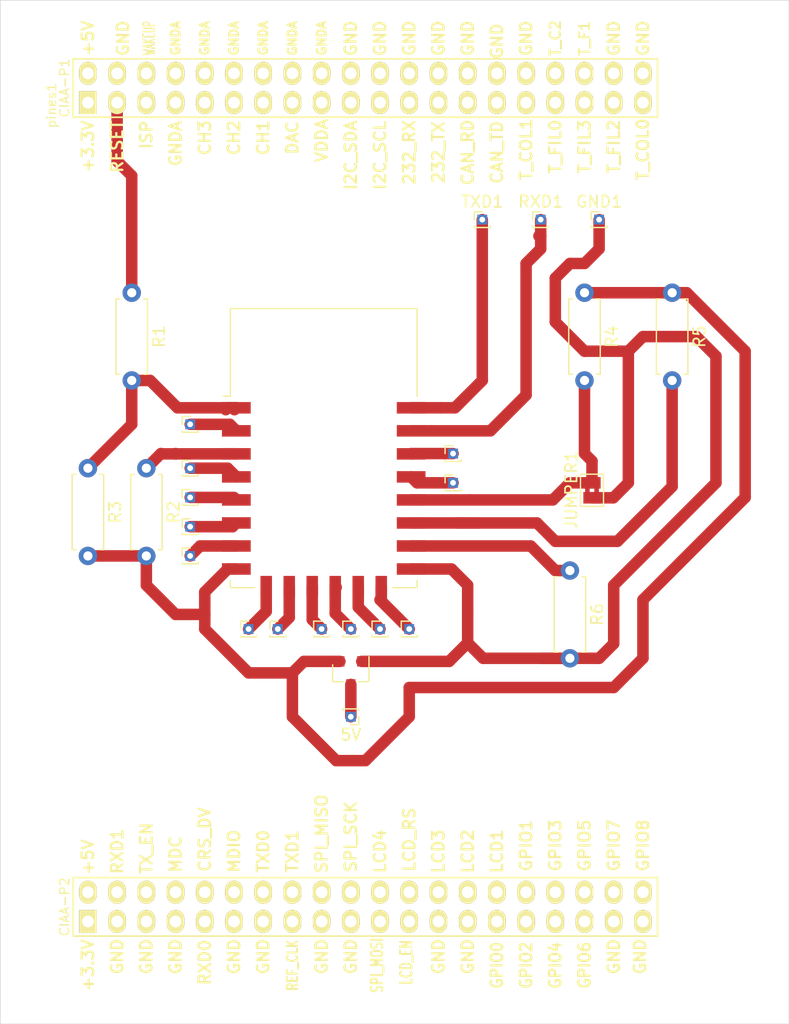
<source format=kicad_pcb>
(kicad_pcb (version 20171130) (host pcbnew "(5.1.4)-1")

  (general
    (thickness 1.6)
    (drawings 4)
    (tracks 136)
    (zones 0)
    (modules 27)
    (nets 65)
  )

  (page A4)
  (layers
    (0 F.Cu signal)
    (31 B.Cu signal)
    (32 B.Adhes user)
    (33 F.Adhes user)
    (34 B.Paste user)
    (35 F.Paste user)
    (36 B.SilkS user)
    (37 F.SilkS user)
    (38 B.Mask user)
    (39 F.Mask user)
    (40 Dwgs.User user)
    (41 Cmts.User user)
    (42 Eco1.User user)
    (43 Eco2.User user)
    (44 Edge.Cuts user)
    (45 Margin user)
    (46 B.CrtYd user)
    (47 F.CrtYd user)
    (48 B.Fab user)
    (49 F.Fab user)
  )

  (setup
    (last_trace_width 1)
    (user_trace_width 1)
    (trace_clearance 0.2)
    (zone_clearance 0.508)
    (zone_45_only no)
    (trace_min 0.2)
    (via_size 0.8)
    (via_drill 0.4)
    (via_min_size 0.4)
    (via_min_drill 0.3)
    (uvia_size 0.3)
    (uvia_drill 0.1)
    (uvias_allowed no)
    (uvia_min_size 0.2)
    (uvia_min_drill 0.1)
    (edge_width 0.05)
    (segment_width 0.2)
    (pcb_text_width 0.3)
    (pcb_text_size 1.5 1.5)
    (mod_edge_width 0.12)
    (mod_text_size 1 1)
    (mod_text_width 0.15)
    (pad_size 1.524 1.524)
    (pad_drill 0.762)
    (pad_to_mask_clearance 0.051)
    (solder_mask_min_width 0.25)
    (aux_axis_origin 0 0)
    (visible_elements 7FFFFFFF)
    (pcbplotparams
      (layerselection 0x010fc_ffffffff)
      (usegerberextensions false)
      (usegerberattributes false)
      (usegerberadvancedattributes false)
      (creategerberjobfile false)
      (excludeedgelayer true)
      (linewidth 0.100000)
      (plotframeref false)
      (viasonmask false)
      (mode 1)
      (useauxorigin false)
      (hpglpennumber 1)
      (hpglpenspeed 20)
      (hpglpendiameter 15.000000)
      (psnegative false)
      (psa4output false)
      (plotreference true)
      (plotvalue true)
      (plotinvisibletext false)
      (padsonsilk false)
      (subtractmaskfromsilk false)
      (outputformat 1)
      (mirror false)
      (drillshape 1)
      (scaleselection 1)
      (outputdirectory ""))
  )

  (net 0 "")
  (net 1 GND)
  (net 2 "Net-(R2-Pad2)")
  (net 3 "Net-(P14-Pad1)")
  (net 4 "Net-(P4-Pad1)")
  (net 5 "Net-(pines1-Pad30)")
  (net 6 "Net-(pines1-Pad40)")
  (net 7 "Net-(pines1-Pad39)")
  (net 8 "Net-(pines1-Pad9)")
  (net 9 "Net-(pines1-Pad7)")
  (net 10 "Net-(pines1-Pad5)")
  (net 11 "Net-(pines1-Pad37)")
  (net 12 "Net-(pines1-Pad35)")
  (net 13 "Net-(pines1-Pad38)")
  (net 14 "Net-(pines1-Pad36)")
  (net 15 "Net-(pines1-Pad34)")
  (net 16 "Net-(pines1-Pad32)")
  (net 17 "Net-(pines1-Pad28)")
  (net 18 "Net-(pines1-Pad33)")
  (net 19 "Net-(pines1-Pad26)")
  (net 20 "Net-(pines1-Pad24)")
  (net 21 "Net-(pines1-Pad31)")
  (net 22 "Net-(pines1-Pad22)")
  (net 23 "Net-(pines1-Pad29)")
  (net 24 "Net-(pines1-Pad20)")
  (net 25 "Net-(pines1-Pad27)")
  (net 26 "Net-(pines1-Pad18)")
  (net 27 "Net-(pines1-Pad25)")
  (net 28 "Net-(pines1-Pad16)")
  (net 29 "Net-(pines1-Pad23)")
  (net 30 "Net-(pines1-Pad14)")
  (net 31 "Net-(pines1-Pad21)")
  (net 32 "Net-(pines1-Pad12)")
  (net 33 "Net-(pines1-Pad19)")
  (net 34 "Net-(pines1-Pad10)")
  (net 35 "Net-(pines1-Pad17)")
  (net 36 "Net-(pines1-Pad8)")
  (net 37 "Net-(pines1-Pad15)")
  (net 38 "Net-(pines1-Pad6)")
  (net 39 "Net-(pines1-Pad13)")
  (net 40 "Net-(pines1-Pad4)")
  (net 41 "Net-(pines1-Pad11)")
  (net 42 "Net-(pines1-Pad2)")
  (net 43 "Net-(pines1-Pad1)")
  (net 44 "Net-(CSO1-Pad1)")
  (net 45 "Net-(GPIO9-Pad1)")
  (net 46 "Net-(GPIO10-Pad1)")
  (net 47 "Net-(MISO1-Pad1)")
  (net 48 "Net-(MOSI1-Pad1)")
  (net 49 "Net-(RXD1-Pad1)")
  (net 50 "Net-(TXD1-Pad1)")
  (net 51 "Net-(GPIO4-Pad1)")
  (net 52 "Net-(GPIO5-Pad1)")
  (net 53 "Net-(GPIO12-Pad1)")
  (net 54 "Net-(GPIO13-Pad1)")
  (net 55 "Net-(GPIO14-Pad1)")
  (net 56 "Net-(R1-Pad2)")
  (net 57 "Net-(R2-Pad1)")
  (net 58 "Net-(R5-Pad2)")
  (net 59 "Net-(R6-Pad1)")
  (net 60 "Net-(ADC1-Pad1)")
  (net 61 "Net-(U2-Pad1)")
  (net 62 "Net-(5V1-Pad1)")
  (net 63 "Net-(JUMPER1-Pad2)")
  (net 64 RST)

  (net_class Default "Esta es la clase de red por defecto."
    (clearance 0.2)
    (trace_width 0.3)
    (via_dia 0.8)
    (via_drill 0.4)
    (uvia_dia 0.3)
    (uvia_drill 0.1)
    (add_net GND)
    (add_net "Net-(5V1-Pad1)")
    (add_net "Net-(ADC1-Pad1)")
    (add_net "Net-(CSO1-Pad1)")
    (add_net "Net-(GPIO10-Pad1)")
    (add_net "Net-(GPIO12-Pad1)")
    (add_net "Net-(GPIO13-Pad1)")
    (add_net "Net-(GPIO14-Pad1)")
    (add_net "Net-(GPIO4-Pad1)")
    (add_net "Net-(GPIO5-Pad1)")
    (add_net "Net-(GPIO9-Pad1)")
    (add_net "Net-(JUMPER1-Pad2)")
    (add_net "Net-(MISO1-Pad1)")
    (add_net "Net-(MOSI1-Pad1)")
    (add_net "Net-(P14-Pad1)")
    (add_net "Net-(P4-Pad1)")
    (add_net "Net-(R1-Pad2)")
    (add_net "Net-(R2-Pad1)")
    (add_net "Net-(R2-Pad2)")
    (add_net "Net-(R5-Pad2)")
    (add_net "Net-(R6-Pad1)")
    (add_net "Net-(RXD1-Pad1)")
    (add_net "Net-(TXD1-Pad1)")
    (add_net "Net-(U2-Pad1)")
    (add_net "Net-(pines1-Pad1)")
    (add_net "Net-(pines1-Pad10)")
    (add_net "Net-(pines1-Pad11)")
    (add_net "Net-(pines1-Pad12)")
    (add_net "Net-(pines1-Pad13)")
    (add_net "Net-(pines1-Pad14)")
    (add_net "Net-(pines1-Pad15)")
    (add_net "Net-(pines1-Pad16)")
    (add_net "Net-(pines1-Pad17)")
    (add_net "Net-(pines1-Pad18)")
    (add_net "Net-(pines1-Pad19)")
    (add_net "Net-(pines1-Pad2)")
    (add_net "Net-(pines1-Pad20)")
    (add_net "Net-(pines1-Pad21)")
    (add_net "Net-(pines1-Pad22)")
    (add_net "Net-(pines1-Pad23)")
    (add_net "Net-(pines1-Pad24)")
    (add_net "Net-(pines1-Pad25)")
    (add_net "Net-(pines1-Pad26)")
    (add_net "Net-(pines1-Pad27)")
    (add_net "Net-(pines1-Pad28)")
    (add_net "Net-(pines1-Pad29)")
    (add_net "Net-(pines1-Pad30)")
    (add_net "Net-(pines1-Pad31)")
    (add_net "Net-(pines1-Pad32)")
    (add_net "Net-(pines1-Pad33)")
    (add_net "Net-(pines1-Pad34)")
    (add_net "Net-(pines1-Pad35)")
    (add_net "Net-(pines1-Pad36)")
    (add_net "Net-(pines1-Pad37)")
    (add_net "Net-(pines1-Pad38)")
    (add_net "Net-(pines1-Pad39)")
    (add_net "Net-(pines1-Pad4)")
    (add_net "Net-(pines1-Pad40)")
    (add_net "Net-(pines1-Pad5)")
    (add_net "Net-(pines1-Pad6)")
    (add_net "Net-(pines1-Pad7)")
    (add_net "Net-(pines1-Pad8)")
    (add_net "Net-(pines1-Pad9)")
    (add_net RST)
  )

  (module Connector_PinHeader_1.00mm:PinHeader_1x01_P1.00mm_Vertical (layer F.Cu) (tedit 59FED738) (tstamp 5DEA8915)
    (at 154.94 82.55)
    (descr "Through hole straight pin header, 1x01, 1.00mm pitch, single row")
    (tags "Through hole pin header THT 1x01 1.00mm single row")
    (path /5DF19EED)
    (fp_text reference TXD1 (at 0 -1.56) (layer F.SilkS)
      (effects (font (size 1 1) (thickness 0.15)))
    )
    (fp_text value Conn_01x01_Male (at 0 1.56) (layer F.Fab)
      (effects (font (size 1 1) (thickness 0.15)))
    )
    (fp_text user %R (at 0 0 90) (layer F.Fab)
      (effects (font (size 0.76 0.76) (thickness 0.114)))
    )
    (fp_line (start 1.15 -1) (end -1.15 -1) (layer F.CrtYd) (width 0.05))
    (fp_line (start 1.15 1) (end 1.15 -1) (layer F.CrtYd) (width 0.05))
    (fp_line (start -1.15 1) (end 1.15 1) (layer F.CrtYd) (width 0.05))
    (fp_line (start -1.15 -1) (end -1.15 1) (layer F.CrtYd) (width 0.05))
    (fp_line (start -0.695 -0.685) (end 0 -0.685) (layer F.SilkS) (width 0.12))
    (fp_line (start -0.695 0) (end -0.695 -0.685) (layer F.SilkS) (width 0.12))
    (fp_line (start 0.608276 0.685) (end 0.695 0.685) (layer F.SilkS) (width 0.12))
    (fp_line (start -0.695 0.685) (end -0.608276 0.685) (layer F.SilkS) (width 0.12))
    (fp_line (start 0.695 0.685) (end 0.695 0.56) (layer F.SilkS) (width 0.12))
    (fp_line (start -0.695 0.685) (end -0.695 0.56) (layer F.SilkS) (width 0.12))
    (fp_line (start -0.695 0.685) (end 0.695 0.685) (layer F.SilkS) (width 0.12))
    (fp_line (start -0.635 -0.1825) (end -0.3175 -0.5) (layer F.Fab) (width 0.1))
    (fp_line (start -0.635 0.5) (end -0.635 -0.1825) (layer F.Fab) (width 0.1))
    (fp_line (start 0.635 0.5) (end -0.635 0.5) (layer F.Fab) (width 0.1))
    (fp_line (start 0.635 -0.5) (end 0.635 0.5) (layer F.Fab) (width 0.1))
    (fp_line (start -0.3175 -0.5) (end 0.635 -0.5) (layer F.Fab) (width 0.1))
    (pad 1 thru_hole rect (at 0 0) (size 0.85 0.85) (drill 0.5) (layers *.Cu *.Mask)
      (net 50 "Net-(TXD1-Pad1)"))
    (model ${KISYS3DMOD}/Connector_PinHeader_1.00mm.3dshapes/PinHeader_1x01_P1.00mm_Vertical.wrl
      (at (xyz 0 0 0))
      (scale (xyz 1 1 1))
      (rotate (xyz 0 0 0))
    )
  )

  (module Connector_PinHeader_1.00mm:PinHeader_1x01_P1.00mm_Vertical (layer F.Cu) (tedit 59FED738) (tstamp 5DEA88E1)
    (at 160.02 82.55)
    (descr "Through hole straight pin header, 1x01, 1.00mm pitch, single row")
    (tags "Through hole pin header THT 1x01 1.00mm single row")
    (path /5DF185DF)
    (fp_text reference RXD1 (at 0 -1.56) (layer F.SilkS)
      (effects (font (size 1 1) (thickness 0.15)))
    )
    (fp_text value Conn_01x01_Male (at 0 1.56) (layer F.Fab)
      (effects (font (size 1 1) (thickness 0.15)))
    )
    (fp_text user %R (at 0 0 90) (layer F.Fab)
      (effects (font (size 0.76 0.76) (thickness 0.114)))
    )
    (fp_line (start 1.15 -1) (end -1.15 -1) (layer F.CrtYd) (width 0.05))
    (fp_line (start 1.15 1) (end 1.15 -1) (layer F.CrtYd) (width 0.05))
    (fp_line (start -1.15 1) (end 1.15 1) (layer F.CrtYd) (width 0.05))
    (fp_line (start -1.15 -1) (end -1.15 1) (layer F.CrtYd) (width 0.05))
    (fp_line (start -0.695 -0.685) (end 0 -0.685) (layer F.SilkS) (width 0.12))
    (fp_line (start -0.695 0) (end -0.695 -0.685) (layer F.SilkS) (width 0.12))
    (fp_line (start 0.608276 0.685) (end 0.695 0.685) (layer F.SilkS) (width 0.12))
    (fp_line (start -0.695 0.685) (end -0.608276 0.685) (layer F.SilkS) (width 0.12))
    (fp_line (start 0.695 0.685) (end 0.695 0.56) (layer F.SilkS) (width 0.12))
    (fp_line (start -0.695 0.685) (end -0.695 0.56) (layer F.SilkS) (width 0.12))
    (fp_line (start -0.695 0.685) (end 0.695 0.685) (layer F.SilkS) (width 0.12))
    (fp_line (start -0.635 -0.1825) (end -0.3175 -0.5) (layer F.Fab) (width 0.1))
    (fp_line (start -0.635 0.5) (end -0.635 -0.1825) (layer F.Fab) (width 0.1))
    (fp_line (start 0.635 0.5) (end -0.635 0.5) (layer F.Fab) (width 0.1))
    (fp_line (start 0.635 -0.5) (end 0.635 0.5) (layer F.Fab) (width 0.1))
    (fp_line (start -0.3175 -0.5) (end 0.635 -0.5) (layer F.Fab) (width 0.1))
    (pad 1 thru_hole rect (at 0 0) (size 0.85 0.85) (drill 0.5) (layers *.Cu *.Mask)
      (net 49 "Net-(RXD1-Pad1)"))
    (model ${KISYS3DMOD}/Connector_PinHeader_1.00mm.3dshapes/PinHeader_1x01_P1.00mm_Vertical.wrl
      (at (xyz 0 0 0))
      (scale (xyz 1 1 1))
      (rotate (xyz 0 0 0))
    )
  )

  (module CIAA:Conn_Poncho_SinBorde (layer F.Cu) (tedit 560F0DC0) (tstamp 5DE90977)
    (at 120.65 72.39 90)
    (tags "CONN Poncho")
    (path /5DEA3673)
    (fp_text reference pines1 (at -0.254 -3.175 90) (layer F.SilkS)
      (effects (font (size 0.8 0.8) (thickness 0.12)))
    )
    (fp_text value Conn_02x20_Top_Bottom (at -1.905 51.181 90) (layer F.SilkS) hide
      (effects (font (size 1.016 1.016) (thickness 0.2032)))
    )
    (fp_line (start 3.81 -1.27) (end -1.27 -1.27) (layer F.SilkS) (width 0.15))
    (fp_line (start 3.81 49.53) (end -1.27 49.53) (layer F.SilkS) (width 0.15))
    (fp_line (start 3.81 49.53) (end 3.81 -1.27) (layer F.SilkS) (width 0.15))
    (fp_line (start -1.27 49.53) (end -1.27 -1.27) (layer F.SilkS) (width 0.15))
    (fp_line (start -72.39 49.53) (end -72.39 0) (layer F.SilkS) (width 0.15))
    (fp_line (start -67.31 49.53) (end -72.39 49.53) (layer F.SilkS) (width 0.15))
    (fp_line (start -67.31 -1.27) (end -67.31 49.53) (layer F.SilkS) (width 0.15))
    (fp_line (start -72.39 -1.27) (end -67.31 -1.27) (layer F.SilkS) (width 0.15))
    (fp_line (start -72.39 0) (end -72.39 -1.27) (layer F.SilkS) (width 0.15))
    (fp_text user +3.3V (at -3.81 0 90) (layer F.SilkS)
      (effects (font (size 1 1) (thickness 0.2)))
    )
    (fp_text user CIAA-P1 (at 1.27 -2.032 90) (layer F.SilkS)
      (effects (font (size 0.8 0.8) (thickness 0.12)))
    )
    (fp_text user CIAA-P2 (at -69.85 -2.032 90) (layer F.SilkS)
      (effects (font (size 0.8 0.8) (thickness 0.12)))
    )
    (fp_text user RESET (at -3.81 2.54 90) (layer F.SilkS)
      (effects (font (size 1 1) (thickness 0.2)))
    )
    (fp_text user ISP (at -2.794 5.08 90) (layer F.SilkS)
      (effects (font (size 1 1) (thickness 0.2)))
    )
    (fp_text user GNDA (at -3.556 7.62 90) (layer F.SilkS)
      (effects (font (size 1 1) (thickness 0.2)))
    )
    (fp_text user CH3 (at -3.048 10.16 90) (layer F.SilkS)
      (effects (font (size 1 1) (thickness 0.2)))
    )
    (fp_text user CH2 (at -3.048 12.7 90) (layer F.SilkS)
      (effects (font (size 1 1) (thickness 0.2)))
    )
    (fp_text user CH1 (at -3.048 15.24 90) (layer F.SilkS)
      (effects (font (size 1 1) (thickness 0.2)))
    )
    (fp_text user DAC (at -3.048 17.78 90) (layer F.SilkS)
      (effects (font (size 1 1) (thickness 0.2)))
    )
    (fp_text user VDDA (at -3.302 20.32 90) (layer F.SilkS)
      (effects (font (size 1 1) (thickness 0.2)))
    )
    (fp_text user I2C_SDA (at -4.572 22.86 90) (layer F.SilkS)
      (effects (font (size 1 1) (thickness 0.2)))
    )
    (fp_text user I2C_SCL (at -4.572 25.4 90) (layer F.SilkS)
      (effects (font (size 1 1) (thickness 0.2)))
    )
    (fp_text user 232_RX (at -4.318 27.94 90) (layer F.SilkS)
      (effects (font (size 1 1) (thickness 0.2)))
    )
    (fp_text user 232_TX (at -4.318 30.48 90) (layer F.SilkS)
      (effects (font (size 1 1) (thickness 0.2)))
    )
    (fp_text user CAN_RD (at -4.318 33.02 90) (layer F.SilkS)
      (effects (font (size 1 1) (thickness 0.2)))
    )
    (fp_text user CAN_TD (at -4.318 35.56 90) (layer F.SilkS)
      (effects (font (size 1 1) (thickness 0.2)))
    )
    (fp_text user T_COL1 (at -4.064 38.1 90) (layer F.SilkS)
      (effects (font (size 1 1) (thickness 0.2)))
    )
    (fp_text user T_FIL0 (at -3.81 40.64 90) (layer F.SilkS)
      (effects (font (size 1 1) (thickness 0.2)))
    )
    (fp_text user T_FIL3 (at -3.81 43.18 90) (layer F.SilkS)
      (effects (font (size 1 1) (thickness 0.2)))
    )
    (fp_text user T_FIL2 (at -3.81 45.72 90) (layer F.SilkS)
      (effects (font (size 1 1) (thickness 0.2)))
    )
    (fp_text user T_COL0 (at -4.064 48.26 90) (layer F.SilkS)
      (effects (font (size 1 1) (thickness 0.2)))
    )
    (fp_text user +5V (at 5.588 0 90) (layer F.SilkS)
      (effects (font (size 1 1) (thickness 0.2)))
    )
    (fp_text user GND (at 5.588 3.048 90) (layer F.SilkS)
      (effects (font (size 1 1) (thickness 0.2)))
    )
    (fp_text user WAKEUP (at 5.588 5.334 90) (layer F.SilkS)
      (effects (font (size 1 0.5) (thickness 0.125)))
    )
    (fp_text user GNDA (at 5.588 7.62 90) (layer F.SilkS)
      (effects (font (size 0.76 0.76) (thickness 0.19)))
    )
    (fp_text user GNDA (at 5.588 10.16 90) (layer F.SilkS)
      (effects (font (size 0.76 0.76) (thickness 0.19)))
    )
    (fp_text user GNDA (at 5.588 12.7 90) (layer F.SilkS)
      (effects (font (size 0.76 0.76) (thickness 0.19)))
    )
    (fp_text user GNDA (at 5.588 15.24 90) (layer F.SilkS)
      (effects (font (size 0.76 0.76) (thickness 0.19)))
    )
    (fp_text user GNDA (at 5.588 17.78 90) (layer F.SilkS)
      (effects (font (size 0.76 0.76) (thickness 0.19)))
    )
    (fp_text user GNDA (at 5.588 20.32 90) (layer F.SilkS)
      (effects (font (size 0.76 0.76) (thickness 0.19)))
    )
    (fp_text user GND (at 5.588 22.86 90) (layer F.SilkS)
      (effects (font (size 1 1) (thickness 0.2)))
    )
    (fp_text user GND (at 5.588 25.4 90) (layer F.SilkS)
      (effects (font (size 1 1) (thickness 0.2)))
    )
    (fp_text user GND (at 5.588 27.94 90) (layer F.SilkS)
      (effects (font (size 1 1) (thickness 0.2)))
    )
    (fp_text user GND (at 5.588 30.48 90) (layer F.SilkS)
      (effects (font (size 1 1) (thickness 0.2)))
    )
    (fp_text user GND (at 5.588 33.02 90) (layer F.SilkS)
      (effects (font (size 1 1) (thickness 0.2)))
    )
    (fp_text user GND (at 5.334 35.56 90) (layer F.SilkS)
      (effects (font (size 1 1) (thickness 0.2)))
    )
    (fp_text user GND (at 5.588 38.1 90) (layer F.SilkS)
      (effects (font (size 1 1) (thickness 0.2)))
    )
    (fp_text user T_C2 (at 5.588 40.64 90) (layer F.SilkS)
      (effects (font (size 0.9 0.9) (thickness 0.18)))
    )
    (fp_text user T_F1 (at 5.588 43.18 90) (layer F.SilkS)
      (effects (font (size 0.9 0.9) (thickness 0.18)))
    )
    (fp_text user GND (at 5.588 45.72 90) (layer F.SilkS)
      (effects (font (size 1 1) (thickness 0.2)))
    )
    (fp_text user GND (at 5.588 48.26 90) (layer F.SilkS)
      (effects (font (size 1 1) (thickness 0.2)))
    )
    (fp_text user +3.3V (at -74.93 0 90) (layer F.SilkS)
      (effects (font (size 1 1) (thickness 0.2)))
    )
    (fp_text user GND (at -74.168 2.54 90) (layer F.SilkS)
      (effects (font (size 1 1) (thickness 0.2)))
    )
    (fp_text user GND (at -74.168 5.08 90) (layer F.SilkS)
      (effects (font (size 1 1) (thickness 0.2)))
    )
    (fp_text user RXD0 (at -74.676 10.16 90) (layer F.SilkS)
      (effects (font (size 1 1) (thickness 0.2)))
    )
    (fp_text user GND (at -74.168 7.62 90) (layer F.SilkS)
      (effects (font (size 1 1) (thickness 0.2)))
    )
    (fp_text user GND (at -74.168 12.7 90) (layer F.SilkS)
      (effects (font (size 1 1) (thickness 0.2)))
    )
    (fp_text user GND (at -74.168 15.24 90) (layer F.SilkS)
      (effects (font (size 1 1) (thickness 0.2)))
    )
    (fp_text user REF_CLK (at -74.93 17.78 90) (layer F.SilkS)
      (effects (font (size 0.9 0.7) (thickness 0.175)))
    )
    (fp_text user GND (at -74.168 20.32 90) (layer F.SilkS)
      (effects (font (size 1 1) (thickness 0.2)))
    )
    (fp_text user GND (at -74.168 22.86 90) (layer F.SilkS)
      (effects (font (size 1 1) (thickness 0.2)))
    )
    (fp_text user SPI_MOSI (at -74.93 25.146 90) (layer F.SilkS)
      (effects (font (size 1 0.7) (thickness 0.17)))
    )
    (fp_text user LCD_EN (at -74.676 27.686 90) (layer F.SilkS)
      (effects (font (size 1 0.7) (thickness 0.17)))
    )
    (fp_text user GND (at -74.168 30.48 90) (layer F.SilkS)
      (effects (font (size 1 1) (thickness 0.2)))
    )
    (fp_text user GND (at -74.168 33.02 90) (layer F.SilkS)
      (effects (font (size 1 1) (thickness 0.2)))
    )
    (fp_text user GPIO0 (at -74.93 35.56 90) (layer F.SilkS)
      (effects (font (size 1 0.9) (thickness 0.2)))
    )
    (fp_text user GPIO2 (at -74.93 38.1 90) (layer F.SilkS)
      (effects (font (size 1 0.9) (thickness 0.2)))
    )
    (fp_text user GPIO4 (at -74.93 40.64 90) (layer F.SilkS)
      (effects (font (size 1 0.9) (thickness 0.2)))
    )
    (fp_text user GPIO6 (at -74.93 43.18 90) (layer F.SilkS)
      (effects (font (size 1 0.9) (thickness 0.2)))
    )
    (fp_text user GND (at -74.168 45.72 90) (layer F.SilkS)
      (effects (font (size 1 1) (thickness 0.2)))
    )
    (fp_text user GND (at -74.168 48.006 90) (layer F.SilkS)
      (effects (font (size 1 1) (thickness 0.2)))
    )
    (fp_text user +5V (at -65.532 0 90) (layer F.SilkS)
      (effects (font (size 1 1) (thickness 0.2)))
    )
    (fp_text user RXD1 (at -65.024 2.54 90) (layer F.SilkS)
      (effects (font (size 1 1) (thickness 0.2)))
    )
    (fp_text user TX_EN (at -64.77 5.08 90) (layer F.SilkS)
      (effects (font (size 1 1) (thickness 0.2)))
    )
    (fp_text user MDC (at -65.278 7.62 90) (layer F.SilkS)
      (effects (font (size 1 1) (thickness 0.2)))
    )
    (fp_text user CRS_DV (at -64.008 10.16 90) (layer F.SilkS)
      (effects (font (size 1 1) (thickness 0.2)))
    )
    (fp_text user MDIO (at -65.024 12.7 90) (layer F.SilkS)
      (effects (font (size 1 1) (thickness 0.2)))
    )
    (fp_text user TXD0 (at -65.024 15.24 90) (layer F.SilkS)
      (effects (font (size 1 1) (thickness 0.2)))
    )
    (fp_text user TXD1 (at -65.024 17.78 90) (layer F.SilkS)
      (effects (font (size 1 1) (thickness 0.2)))
    )
    (fp_text user SPI_MISO (at -63.5 20.32 90) (layer F.SilkS)
      (effects (font (size 1 1) (thickness 0.2)))
    )
    (fp_text user SPI_SCK (at -63.754 22.86 90) (layer F.SilkS)
      (effects (font (size 1 1) (thickness 0.2)))
    )
    (fp_text user LCD4 (at -65.024 25.4 90) (layer F.SilkS)
      (effects (font (size 1 1) (thickness 0.2)))
    )
    (fp_text user LCD_RS (at -64.008 27.94 90) (layer F.SilkS)
      (effects (font (size 1 1) (thickness 0.2)))
    )
    (fp_text user LCD3 (at -65.024 30.48 90) (layer F.SilkS)
      (effects (font (size 1 1) (thickness 0.2)))
    )
    (fp_text user LCD2 (at -65.024 33.02 90) (layer F.SilkS)
      (effects (font (size 1 1) (thickness 0.2)))
    )
    (fp_text user LCD1 (at -65.024 35.56 90) (layer F.SilkS)
      (effects (font (size 1 1) (thickness 0.2)))
    )
    (fp_text user GPIO1 (at -64.516 38.1 90) (layer F.SilkS)
      (effects (font (size 1 1) (thickness 0.2)))
    )
    (fp_text user GPIO3 (at -64.516 40.64 90) (layer F.SilkS)
      (effects (font (size 1 1) (thickness 0.2)))
    )
    (fp_text user GPIO5 (at -64.516 43.18 90) (layer F.SilkS)
      (effects (font (size 1 1) (thickness 0.2)))
    )
    (fp_text user GPIO7 (at -64.516 45.72 90) (layer F.SilkS)
      (effects (font (size 1 1) (thickness 0.2)))
    )
    (fp_text user GPIO8 (at -64.516 48.26 90) (layer F.SilkS)
      (effects (font (size 1 1) (thickness 0.2)))
    )
    (pad 80 thru_hole oval (at -68.58 48.26) (size 1.524 2) (drill 1.016) (layers *.Cu *.Mask F.SilkS))
    (pad 79 thru_hole oval (at -71.12 48.26) (size 1.524 2) (drill 1.016) (layers *.Cu *.Mask F.SilkS))
    (pad 78 thru_hole oval (at -68.58 45.72) (size 1.524 2) (drill 1.016) (layers *.Cu *.Mask F.SilkS))
    (pad 77 thru_hole oval (at -71.12 45.72) (size 1.524 2) (drill 1.016) (layers *.Cu *.Mask F.SilkS))
    (pad 76 thru_hole oval (at -68.58 43.18) (size 1.524 2) (drill 1.016) (layers *.Cu *.Mask F.SilkS))
    (pad 75 thru_hole oval (at -71.12 43.18) (size 1.524 2) (drill 1.016) (layers *.Cu *.Mask F.SilkS))
    (pad 74 thru_hole oval (at -68.58 40.64) (size 1.524 2) (drill 1.016) (layers *.Cu *.Mask F.SilkS))
    (pad 73 thru_hole oval (at -71.12 40.64) (size 1.524 2) (drill 1.016) (layers *.Cu *.Mask F.SilkS))
    (pad 72 thru_hole oval (at -68.58 38.1) (size 1.524 2) (drill 1.016) (layers *.Cu *.Mask F.SilkS))
    (pad 71 thru_hole oval (at -71.12 38.1) (size 1.524 2) (drill 1.016) (layers *.Cu *.Mask F.SilkS))
    (pad 70 thru_hole oval (at -68.58 35.56) (size 1.524 2) (drill 1.016) (layers *.Cu *.Mask F.SilkS))
    (pad 69 thru_hole oval (at -71.12 35.56) (size 1.524 2) (drill 1.016) (layers *.Cu *.Mask F.SilkS))
    (pad 68 thru_hole oval (at -68.58 33.02) (size 1.524 2) (drill 1.016) (layers *.Cu *.Mask F.SilkS))
    (pad 67 thru_hole oval (at -71.12 33.02) (size 1.524 2) (drill 1.016) (layers *.Cu *.Mask F.SilkS))
    (pad 66 thru_hole oval (at -68.58 30.48) (size 1.524 2) (drill 1.016) (layers *.Cu *.Mask F.SilkS))
    (pad 65 thru_hole oval (at -71.12 30.48) (size 1.524 2) (drill 1.016) (layers *.Cu *.Mask F.SilkS))
    (pad 64 thru_hole oval (at -68.58 27.94) (size 1.524 2) (drill 1.016) (layers *.Cu *.Mask F.SilkS))
    (pad 63 thru_hole oval (at -71.12 27.94) (size 1.524 2) (drill 1.016) (layers *.Cu *.Mask F.SilkS))
    (pad 62 thru_hole oval (at -68.58 25.4) (size 1.524 2) (drill 1.016) (layers *.Cu *.Mask F.SilkS))
    (pad 61 thru_hole oval (at -71.12 25.4) (size 1.524 2) (drill 1.016) (layers *.Cu *.Mask F.SilkS))
    (pad 60 thru_hole oval (at -68.58 22.86) (size 1.524 2) (drill 1.016) (layers *.Cu *.Mask F.SilkS))
    (pad 59 thru_hole oval (at -71.12 22.86) (size 1.524 2) (drill 1.016) (layers *.Cu *.Mask F.SilkS))
    (pad 58 thru_hole oval (at -68.58 20.32) (size 1.524 2) (drill 1.016) (layers *.Cu *.Mask F.SilkS))
    (pad 57 thru_hole oval (at -71.12 20.32) (size 1.524 2) (drill 1.016) (layers *.Cu *.Mask F.SilkS))
    (pad 56 thru_hole oval (at -68.58 17.78) (size 1.524 2) (drill 1.016) (layers *.Cu *.Mask F.SilkS))
    (pad 55 thru_hole oval (at -71.12 17.78) (size 1.524 2) (drill 1.016) (layers *.Cu *.Mask F.SilkS))
    (pad 54 thru_hole oval (at -68.58 15.24) (size 1.524 2) (drill 1.016) (layers *.Cu *.Mask F.SilkS))
    (pad 53 thru_hole oval (at -71.12 15.24) (size 1.524 2) (drill 1.016) (layers *.Cu *.Mask F.SilkS))
    (pad 52 thru_hole oval (at -68.58 12.7) (size 1.524 2) (drill 1.016) (layers *.Cu *.Mask F.SilkS))
    (pad 51 thru_hole oval (at -71.12 12.7) (size 1.524 2) (drill 1.016) (layers *.Cu *.Mask F.SilkS))
    (pad 50 thru_hole oval (at -68.58 10.16) (size 1.524 2) (drill 1.016) (layers *.Cu *.Mask F.SilkS))
    (pad 49 thru_hole oval (at -71.12 10.16) (size 1.524 2) (drill 1.016) (layers *.Cu *.Mask F.SilkS))
    (pad 48 thru_hole oval (at -68.58 7.62) (size 1.524 2) (drill 1.016) (layers *.Cu *.Mask F.SilkS))
    (pad 47 thru_hole oval (at -71.12 7.62) (size 1.524 2) (drill 1.016) (layers *.Cu *.Mask F.SilkS))
    (pad 46 thru_hole oval (at -68.58 5.08) (size 1.524 2) (drill 1.016) (layers *.Cu *.Mask F.SilkS))
    (pad 45 thru_hole oval (at -71.12 5.08) (size 1.524 2) (drill 1.016) (layers *.Cu *.Mask F.SilkS))
    (pad 44 thru_hole oval (at -68.58 2.54) (size 1.524 2) (drill 1.016) (layers *.Cu *.Mask F.SilkS))
    (pad 43 thru_hole oval (at -71.12 2.54) (size 1.524 2) (drill 1.016) (layers *.Cu *.Mask F.SilkS))
    (pad 42 thru_hole oval (at -68.58 0) (size 1.524 2) (drill 1.016) (layers *.Cu *.Mask F.SilkS))
    (pad 41 thru_hole rect (at -71.12 0) (size 1.524 2) (drill 1.016) (layers *.Cu *.Mask F.SilkS))
    (pad 30 thru_hole oval (at 2.54 35.56) (size 1.524 2) (drill 1.016) (layers *.Cu *.Mask F.SilkS)
      (net 5 "Net-(pines1-Pad30)"))
    (pad 40 thru_hole oval (at 2.54 48.26) (size 1.524 2) (drill 1.016) (layers *.Cu *.Mask F.SilkS)
      (net 6 "Net-(pines1-Pad40)"))
    (pad 39 thru_hole oval (at 0 48.26) (size 1.524 2) (drill 1.016) (layers *.Cu *.Mask F.SilkS)
      (net 7 "Net-(pines1-Pad39)"))
    (pad 9 thru_hole oval (at 0 10.16) (size 1.524 2) (drill 1.016) (layers *.Cu *.Mask F.SilkS)
      (net 8 "Net-(pines1-Pad9)"))
    (pad 7 thru_hole oval (at 0 7.62) (size 1.524 2) (drill 1.016) (layers *.Cu *.Mask F.SilkS)
      (net 9 "Net-(pines1-Pad7)"))
    (pad 5 thru_hole oval (at 0 5.08) (size 1.524 2) (drill 1.016) (layers *.Cu *.Mask F.SilkS)
      (net 10 "Net-(pines1-Pad5)"))
    (pad 3 thru_hole oval (at 0 2.54) (size 1.524 2) (drill 1.016) (layers *.Cu *.Mask F.SilkS)
      (net 64 RST))
    (pad 37 thru_hole oval (at 0 45.72) (size 1.524 2) (drill 1.016) (layers *.Cu *.Mask F.SilkS)
      (net 11 "Net-(pines1-Pad37)"))
    (pad 35 thru_hole oval (at 0 43.18) (size 1.524 2) (drill 1.016) (layers *.Cu *.Mask F.SilkS)
      (net 12 "Net-(pines1-Pad35)"))
    (pad 38 thru_hole oval (at 2.54 45.72) (size 1.524 2) (drill 1.016) (layers *.Cu *.Mask F.SilkS)
      (net 13 "Net-(pines1-Pad38)"))
    (pad 36 thru_hole oval (at 2.54 43.18) (size 1.524 2) (drill 1.016) (layers *.Cu *.Mask F.SilkS)
      (net 14 "Net-(pines1-Pad36)"))
    (pad 34 thru_hole oval (at 2.54 40.64) (size 1.524 2) (drill 1.016) (layers *.Cu *.Mask F.SilkS)
      (net 15 "Net-(pines1-Pad34)"))
    (pad 32 thru_hole oval (at 2.54 38.1) (size 1.524 2) (drill 1.016) (layers *.Cu *.Mask F.SilkS)
      (net 16 "Net-(pines1-Pad32)"))
    (pad 28 thru_hole oval (at 2.54 33.02) (size 1.524 2) (drill 1.016) (layers *.Cu *.Mask F.SilkS)
      (net 17 "Net-(pines1-Pad28)"))
    (pad 33 thru_hole oval (at 0 40.64) (size 1.524 2) (drill 1.016) (layers *.Cu *.Mask F.SilkS)
      (net 18 "Net-(pines1-Pad33)"))
    (pad 26 thru_hole oval (at 2.54 30.48) (size 1.524 2) (drill 1.016) (layers *.Cu *.Mask F.SilkS)
      (net 19 "Net-(pines1-Pad26)"))
    (pad 24 thru_hole oval (at 2.54 27.94) (size 1.524 2) (drill 1.016) (layers *.Cu *.Mask F.SilkS)
      (net 20 "Net-(pines1-Pad24)"))
    (pad 31 thru_hole oval (at 0 38.1) (size 1.524 2) (drill 1.016) (layers *.Cu *.Mask F.SilkS)
      (net 21 "Net-(pines1-Pad31)"))
    (pad 22 thru_hole oval (at 2.54 25.4) (size 1.524 2) (drill 1.016) (layers *.Cu *.Mask F.SilkS)
      (net 22 "Net-(pines1-Pad22)"))
    (pad 29 thru_hole oval (at 0 35.56) (size 1.524 2) (drill 1.016) (layers *.Cu *.Mask F.SilkS)
      (net 23 "Net-(pines1-Pad29)"))
    (pad 20 thru_hole oval (at 2.54 22.86) (size 1.524 2) (drill 1.016) (layers *.Cu *.Mask F.SilkS)
      (net 24 "Net-(pines1-Pad20)"))
    (pad 27 thru_hole oval (at 0 33.02) (size 1.524 2) (drill 1.016) (layers *.Cu *.Mask F.SilkS)
      (net 25 "Net-(pines1-Pad27)"))
    (pad 18 thru_hole oval (at 2.54 20.32) (size 1.524 2) (drill 1.016) (layers *.Cu *.Mask F.SilkS)
      (net 26 "Net-(pines1-Pad18)"))
    (pad 25 thru_hole oval (at 0 30.48) (size 1.524 2) (drill 1.016) (layers *.Cu *.Mask F.SilkS)
      (net 27 "Net-(pines1-Pad25)"))
    (pad 16 thru_hole oval (at 2.54 17.78) (size 1.524 2) (drill 1.016) (layers *.Cu *.Mask F.SilkS)
      (net 28 "Net-(pines1-Pad16)"))
    (pad 23 thru_hole oval (at 0 27.94) (size 1.524 2) (drill 1.016) (layers *.Cu *.Mask F.SilkS)
      (net 29 "Net-(pines1-Pad23)"))
    (pad 14 thru_hole oval (at 2.54 15.24) (size 1.524 2) (drill 1.016) (layers *.Cu *.Mask F.SilkS)
      (net 30 "Net-(pines1-Pad14)"))
    (pad 21 thru_hole oval (at 0 25.4) (size 1.524 2) (drill 1.016) (layers *.Cu *.Mask F.SilkS)
      (net 31 "Net-(pines1-Pad21)"))
    (pad 12 thru_hole oval (at 2.54 12.7) (size 1.524 2) (drill 1.016) (layers *.Cu *.Mask F.SilkS)
      (net 32 "Net-(pines1-Pad12)"))
    (pad 19 thru_hole oval (at 0 22.86) (size 1.524 2) (drill 1.016) (layers *.Cu *.Mask F.SilkS)
      (net 33 "Net-(pines1-Pad19)"))
    (pad 10 thru_hole oval (at 2.54 10.16) (size 1.524 2) (drill 1.016) (layers *.Cu *.Mask F.SilkS)
      (net 34 "Net-(pines1-Pad10)"))
    (pad 17 thru_hole oval (at 0 20.32) (size 1.524 2) (drill 1.016) (layers *.Cu *.Mask F.SilkS)
      (net 35 "Net-(pines1-Pad17)"))
    (pad 8 thru_hole oval (at 2.54 7.62) (size 1.524 2) (drill 1.016) (layers *.Cu *.Mask F.SilkS)
      (net 36 "Net-(pines1-Pad8)"))
    (pad 15 thru_hole oval (at 0 17.78) (size 1.524 2) (drill 1.016) (layers *.Cu *.Mask F.SilkS)
      (net 37 "Net-(pines1-Pad15)"))
    (pad 6 thru_hole oval (at 2.54 5.08) (size 1.524 2) (drill 1.016) (layers *.Cu *.Mask F.SilkS)
      (net 38 "Net-(pines1-Pad6)"))
    (pad 13 thru_hole oval (at 0 15.24) (size 1.524 2) (drill 1.016) (layers *.Cu *.Mask F.SilkS)
      (net 39 "Net-(pines1-Pad13)"))
    (pad 4 thru_hole oval (at 2.54 2.54) (size 1.524 2) (drill 1.016) (layers *.Cu *.Mask F.SilkS)
      (net 40 "Net-(pines1-Pad4)"))
    (pad 11 thru_hole oval (at 0 12.7) (size 1.524 2) (drill 1.016) (layers *.Cu *.Mask F.SilkS)
      (net 41 "Net-(pines1-Pad11)"))
    (pad 2 thru_hole oval (at 2.54 0) (size 1.524 2) (drill 1.016) (layers *.Cu *.Mask F.SilkS)
      (net 42 "Net-(pines1-Pad2)"))
    (pad 1 thru_hole rect (at 0 0) (size 1.524 2) (drill 1.016) (layers *.Cu *.Mask F.SilkS)
      (net 43 "Net-(pines1-Pad1)"))
  )

  (module Connector_PinHeader_1.00mm:PinHeader_1x01_P1.00mm_Vertical (layer F.Cu) (tedit 59FED738) (tstamp 5DE77323)
    (at 152.4 102.87)
    (descr "Through hole straight pin header, 1x01, 1.00mm pitch, single row")
    (tags "Through hole pin header THT 1x01 1.00mm single row")
    (path /5DE9F6EB)
    (fp_text reference GPIO5 (at 0 -1.56) (layer F.SilkS) hide
      (effects (font (size 1 1) (thickness 0.15)))
    )
    (fp_text value 20 (at 0 1.56) (layer F.Fab) hide
      (effects (font (size 1 1) (thickness 0.15)))
    )
    (fp_text user %R (at 0 0 90) (layer F.Fab) hide
      (effects (font (size 0.76 0.76) (thickness 0.114)))
    )
    (fp_line (start 1.15 -1) (end -1.15 -1) (layer F.CrtYd) (width 0.05))
    (fp_line (start 1.15 1) (end 1.15 -1) (layer F.CrtYd) (width 0.05))
    (fp_line (start -1.15 1) (end 1.15 1) (layer F.CrtYd) (width 0.05))
    (fp_line (start -1.15 -1) (end -1.15 1) (layer F.CrtYd) (width 0.05))
    (fp_line (start -0.695 -0.685) (end 0 -0.685) (layer F.SilkS) (width 0.12))
    (fp_line (start -0.695 0) (end -0.695 -0.685) (layer F.SilkS) (width 0.12))
    (fp_line (start 0.608276 0.685) (end 0.695 0.685) (layer F.SilkS) (width 0.12))
    (fp_line (start -0.695 0.685) (end -0.608276 0.685) (layer F.SilkS) (width 0.12))
    (fp_line (start 0.695 0.685) (end 0.695 0.56) (layer F.SilkS) (width 0.12))
    (fp_line (start -0.695 0.685) (end -0.695 0.56) (layer F.SilkS) (width 0.12))
    (fp_line (start -0.695 0.685) (end 0.695 0.685) (layer F.SilkS) (width 0.12))
    (fp_line (start -0.635 -0.1825) (end -0.3175 -0.5) (layer F.Fab) (width 0.1))
    (fp_line (start -0.635 0.5) (end -0.635 -0.1825) (layer F.Fab) (width 0.1))
    (fp_line (start 0.635 0.5) (end -0.635 0.5) (layer F.Fab) (width 0.1))
    (fp_line (start 0.635 -0.5) (end 0.635 0.5) (layer F.Fab) (width 0.1))
    (fp_line (start -0.3175 -0.5) (end 0.635 -0.5) (layer F.Fab) (width 0.1))
    (pad 1 thru_hole rect (at 0 0) (size 0.85 0.85) (drill 0.5) (layers *.Cu *.Mask)
      (net 52 "Net-(GPIO5-Pad1)"))
    (model ${KISYS3DMOD}/Connector_PinHeader_1.00mm.3dshapes/PinHeader_1x01_P1.00mm_Vertical.wrl
      (at (xyz 0 0 0))
      (scale (xyz 1 1 1))
      (rotate (xyz 0 0 0))
    )
  )

  (module Connector_PinHeader_1.00mm:PinHeader_1x01_P1.00mm_Vertical (layer F.Cu) (tedit 59FED738) (tstamp 5DE7730D)
    (at 152.4 105.41)
    (descr "Through hole straight pin header, 1x01, 1.00mm pitch, single row")
    (tags "Through hole pin header THT 1x01 1.00mm single row")
    (path /5DE9F6F1)
    (fp_text reference GPIO4 (at 0 -1.56) (layer F.SilkS) hide
      (effects (font (size 1 1) (thickness 0.15)))
    )
    (fp_text value P19 (at 0 1.56) (layer F.Fab) hide
      (effects (font (size 1 1) (thickness 0.15)))
    )
    (fp_text user %R (at 0 0 90) (layer F.Fab) hide
      (effects (font (size 0.76 0.76) (thickness 0.114)))
    )
    (fp_line (start 1.15 -1) (end -1.15 -1) (layer F.CrtYd) (width 0.05))
    (fp_line (start 1.15 1) (end 1.15 -1) (layer F.CrtYd) (width 0.05))
    (fp_line (start -1.15 1) (end 1.15 1) (layer F.CrtYd) (width 0.05))
    (fp_line (start -1.15 -1) (end -1.15 1) (layer F.CrtYd) (width 0.05))
    (fp_line (start -0.695 -0.685) (end 0 -0.685) (layer F.SilkS) (width 0.12))
    (fp_line (start -0.695 0) (end -0.695 -0.685) (layer F.SilkS) (width 0.12))
    (fp_line (start 0.608276 0.685) (end 0.695 0.685) (layer F.SilkS) (width 0.12))
    (fp_line (start -0.695 0.685) (end -0.608276 0.685) (layer F.SilkS) (width 0.12))
    (fp_line (start 0.695 0.685) (end 0.695 0.56) (layer F.SilkS) (width 0.12))
    (fp_line (start -0.695 0.685) (end -0.695 0.56) (layer F.SilkS) (width 0.12))
    (fp_line (start -0.695 0.685) (end 0.695 0.685) (layer F.SilkS) (width 0.12))
    (fp_line (start -0.635 -0.1825) (end -0.3175 -0.5) (layer F.Fab) (width 0.1))
    (fp_line (start -0.635 0.5) (end -0.635 -0.1825) (layer F.Fab) (width 0.1))
    (fp_line (start 0.635 0.5) (end -0.635 0.5) (layer F.Fab) (width 0.1))
    (fp_line (start 0.635 -0.5) (end 0.635 0.5) (layer F.Fab) (width 0.1))
    (fp_line (start -0.3175 -0.5) (end 0.635 -0.5) (layer F.Fab) (width 0.1))
    (pad 1 thru_hole rect (at 0 0) (size 0.85 0.85) (drill 0.5) (layers *.Cu *.Mask)
      (net 51 "Net-(GPIO4-Pad1)"))
    (model ${KISYS3DMOD}/Connector_PinHeader_1.00mm.3dshapes/PinHeader_1x01_P1.00mm_Vertical.wrl
      (at (xyz 0 0 0))
      (scale (xyz 1 1 1))
      (rotate (xyz 0 0 0))
    )
  )

  (module Connector_PinHeader_1.00mm:PinHeader_1x01_P1.00mm_Vertical (layer F.Cu) (tedit 59FED738) (tstamp 5DE77279)
    (at 129.54 111.76)
    (descr "Through hole straight pin header, 1x01, 1.00mm pitch, single row")
    (tags "Through hole pin header THT 1x01 1.00mm single row")
    (path /5DE9F6CB)
    (fp_text reference GPIO13 (at 0 -1.56) (layer F.SilkS) hide
      (effects (font (size 1 1) (thickness 0.15)))
    )
    (fp_text value 7 (at 0 1.56) (layer F.Fab) hide
      (effects (font (size 1 1) (thickness 0.15)))
    )
    (fp_text user %R (at 0 0 90) (layer F.Fab) hide
      (effects (font (size 0.76 0.76) (thickness 0.114)))
    )
    (fp_line (start 1.15 -1) (end -1.15 -1) (layer F.CrtYd) (width 0.05))
    (fp_line (start 1.15 1) (end 1.15 -1) (layer F.CrtYd) (width 0.05))
    (fp_line (start -1.15 1) (end 1.15 1) (layer F.CrtYd) (width 0.05))
    (fp_line (start -1.15 -1) (end -1.15 1) (layer F.CrtYd) (width 0.05))
    (fp_line (start -0.695 -0.685) (end 0 -0.685) (layer F.SilkS) (width 0.12))
    (fp_line (start -0.695 0) (end -0.695 -0.685) (layer F.SilkS) (width 0.12))
    (fp_line (start 0.608276 0.685) (end 0.695 0.685) (layer F.SilkS) (width 0.12))
    (fp_line (start -0.695 0.685) (end -0.608276 0.685) (layer F.SilkS) (width 0.12))
    (fp_line (start 0.695 0.685) (end 0.695 0.56) (layer F.SilkS) (width 0.12))
    (fp_line (start -0.695 0.685) (end -0.695 0.56) (layer F.SilkS) (width 0.12))
    (fp_line (start -0.695 0.685) (end 0.695 0.685) (layer F.SilkS) (width 0.12))
    (fp_line (start -0.635 -0.1825) (end -0.3175 -0.5) (layer F.Fab) (width 0.1))
    (fp_line (start -0.635 0.5) (end -0.635 -0.1825) (layer F.Fab) (width 0.1))
    (fp_line (start 0.635 0.5) (end -0.635 0.5) (layer F.Fab) (width 0.1))
    (fp_line (start 0.635 -0.5) (end 0.635 0.5) (layer F.Fab) (width 0.1))
    (fp_line (start -0.3175 -0.5) (end 0.635 -0.5) (layer F.Fab) (width 0.1))
    (pad 1 thru_hole rect (at 0 0) (size 0.85 0.85) (drill 0.5) (layers *.Cu *.Mask)
      (net 54 "Net-(GPIO13-Pad1)"))
    (model ${KISYS3DMOD}/Connector_PinHeader_1.00mm.3dshapes/PinHeader_1x01_P1.00mm_Vertical.wrl
      (at (xyz 0 0 0))
      (scale (xyz 1 1 1))
      (rotate (xyz 0 0 0))
    )
  )

  (module Connector_PinHeader_1.00mm:PinHeader_1x01_P1.00mm_Vertical (layer F.Cu) (tedit 59FED738) (tstamp 5DE77263)
    (at 129.54 109.22)
    (descr "Through hole straight pin header, 1x01, 1.00mm pitch, single row")
    (tags "Through hole pin header THT 1x01 1.00mm single row")
    (path /5DE9F6DD)
    (fp_text reference GPIO12 (at 0 -1.56) (layer F.SilkS) hide
      (effects (font (size 1 1) (thickness 0.15)))
    )
    (fp_text value 6 (at 0 1.56) (layer F.Fab) hide
      (effects (font (size 1 1) (thickness 0.15)))
    )
    (fp_text user %R (at 0 0 90) (layer F.Fab) hide
      (effects (font (size 0.76 0.76) (thickness 0.114)))
    )
    (fp_line (start 1.15 -1) (end -1.15 -1) (layer F.CrtYd) (width 0.05))
    (fp_line (start 1.15 1) (end 1.15 -1) (layer F.CrtYd) (width 0.05))
    (fp_line (start -1.15 1) (end 1.15 1) (layer F.CrtYd) (width 0.05))
    (fp_line (start -1.15 -1) (end -1.15 1) (layer F.CrtYd) (width 0.05))
    (fp_line (start -0.695 -0.685) (end 0 -0.685) (layer F.SilkS) (width 0.12))
    (fp_line (start -0.695 0) (end -0.695 -0.685) (layer F.SilkS) (width 0.12))
    (fp_line (start 0.608276 0.685) (end 0.695 0.685) (layer F.SilkS) (width 0.12))
    (fp_line (start -0.695 0.685) (end -0.608276 0.685) (layer F.SilkS) (width 0.12))
    (fp_line (start 0.695 0.685) (end 0.695 0.56) (layer F.SilkS) (width 0.12))
    (fp_line (start -0.695 0.685) (end -0.695 0.56) (layer F.SilkS) (width 0.12))
    (fp_line (start -0.695 0.685) (end 0.695 0.685) (layer F.SilkS) (width 0.12))
    (fp_line (start -0.635 -0.1825) (end -0.3175 -0.5) (layer F.Fab) (width 0.1))
    (fp_line (start -0.635 0.5) (end -0.635 -0.1825) (layer F.Fab) (width 0.1))
    (fp_line (start 0.635 0.5) (end -0.635 0.5) (layer F.Fab) (width 0.1))
    (fp_line (start 0.635 -0.5) (end 0.635 0.5) (layer F.Fab) (width 0.1))
    (fp_line (start -0.3175 -0.5) (end 0.635 -0.5) (layer F.Fab) (width 0.1))
    (pad 1 thru_hole rect (at 0 0) (size 0.85 0.85) (drill 0.5) (layers *.Cu *.Mask)
      (net 53 "Net-(GPIO12-Pad1)"))
    (model ${KISYS3DMOD}/Connector_PinHeader_1.00mm.3dshapes/PinHeader_1x01_P1.00mm_Vertical.wrl
      (at (xyz 0 0 0))
      (scale (xyz 1 1 1))
      (rotate (xyz 0 0 0))
    )
  )

  (module Connector_PinHeader_1.00mm:PinHeader_1x01_P1.00mm_Vertical (layer F.Cu) (tedit 59FED738) (tstamp 5DE7724D)
    (at 129.54 106.68)
    (descr "Through hole straight pin header, 1x01, 1.00mm pitch, single row")
    (tags "Through hole pin header THT 1x01 1.00mm single row")
    (path /5DE9F6D1)
    (fp_text reference GPIO14 (at 0 -1.56) (layer F.SilkS) hide
      (effects (font (size 1 1) (thickness 0.15)))
    )
    (fp_text value 5 (at 0 1.56) (layer F.Fab) hide
      (effects (font (size 1 1) (thickness 0.15)))
    )
    (fp_text user %R (at 0 0 90) (layer F.Fab) hide
      (effects (font (size 0.76 0.76) (thickness 0.114)))
    )
    (fp_line (start 1.15 -1) (end -1.15 -1) (layer F.CrtYd) (width 0.05))
    (fp_line (start 1.15 1) (end 1.15 -1) (layer F.CrtYd) (width 0.05))
    (fp_line (start -1.15 1) (end 1.15 1) (layer F.CrtYd) (width 0.05))
    (fp_line (start -1.15 -1) (end -1.15 1) (layer F.CrtYd) (width 0.05))
    (fp_line (start -0.695 -0.685) (end 0 -0.685) (layer F.SilkS) (width 0.12))
    (fp_line (start -0.695 0) (end -0.695 -0.685) (layer F.SilkS) (width 0.12))
    (fp_line (start 0.608276 0.685) (end 0.695 0.685) (layer F.SilkS) (width 0.12))
    (fp_line (start -0.695 0.685) (end -0.608276 0.685) (layer F.SilkS) (width 0.12))
    (fp_line (start 0.695 0.685) (end 0.695 0.56) (layer F.SilkS) (width 0.12))
    (fp_line (start -0.695 0.685) (end -0.695 0.56) (layer F.SilkS) (width 0.12))
    (fp_line (start -0.695 0.685) (end 0.695 0.685) (layer F.SilkS) (width 0.12))
    (fp_line (start -0.635 -0.1825) (end -0.3175 -0.5) (layer F.Fab) (width 0.1))
    (fp_line (start -0.635 0.5) (end -0.635 -0.1825) (layer F.Fab) (width 0.1))
    (fp_line (start 0.635 0.5) (end -0.635 0.5) (layer F.Fab) (width 0.1))
    (fp_line (start 0.635 -0.5) (end 0.635 0.5) (layer F.Fab) (width 0.1))
    (fp_line (start -0.3175 -0.5) (end 0.635 -0.5) (layer F.Fab) (width 0.1))
    (pad 1 thru_hole rect (at 0 0) (size 0.85 0.85) (drill 0.5) (layers *.Cu *.Mask)
      (net 55 "Net-(GPIO14-Pad1)"))
    (model ${KISYS3DMOD}/Connector_PinHeader_1.00mm.3dshapes/PinHeader_1x01_P1.00mm_Vertical.wrl
      (at (xyz 0 0 0))
      (scale (xyz 1 1 1))
      (rotate (xyz 0 0 0))
    )
  )

  (module Connector_PinHeader_1.00mm:PinHeader_1x01_P1.00mm_Vertical (layer F.Cu) (tedit 59FED738) (tstamp 5DE77237)
    (at 129.54 104.14)
    (descr "Through hole straight pin header, 1x01, 1.00mm pitch, single row")
    (tags "Through hole pin header THT 1x01 1.00mm single row")
    (path /5DE9F6D7)
    (fp_text reference P4 (at 0 -1.56) (layer F.SilkS) hide
      (effects (font (size 1 1) (thickness 0.15)))
    )
    (fp_text value 4 (at 0 1.56) (layer F.Fab) hide
      (effects (font (size 1 1) (thickness 0.15)))
    )
    (fp_text user %R (at 0 0 90) (layer F.Fab) hide
      (effects (font (size 0.76 0.76) (thickness 0.114)))
    )
    (fp_line (start 1.15 -1) (end -1.15 -1) (layer F.CrtYd) (width 0.05))
    (fp_line (start 1.15 1) (end 1.15 -1) (layer F.CrtYd) (width 0.05))
    (fp_line (start -1.15 1) (end 1.15 1) (layer F.CrtYd) (width 0.05))
    (fp_line (start -1.15 -1) (end -1.15 1) (layer F.CrtYd) (width 0.05))
    (fp_line (start -0.695 -0.685) (end 0 -0.685) (layer F.SilkS) (width 0.12))
    (fp_line (start -0.695 0) (end -0.695 -0.685) (layer F.SilkS) (width 0.12))
    (fp_line (start 0.608276 0.685) (end 0.695 0.685) (layer F.SilkS) (width 0.12))
    (fp_line (start -0.695 0.685) (end -0.608276 0.685) (layer F.SilkS) (width 0.12))
    (fp_line (start 0.695 0.685) (end 0.695 0.56) (layer F.SilkS) (width 0.12))
    (fp_line (start -0.695 0.685) (end -0.695 0.56) (layer F.SilkS) (width 0.12))
    (fp_line (start -0.695 0.685) (end 0.695 0.685) (layer F.SilkS) (width 0.12))
    (fp_line (start -0.635 -0.1825) (end -0.3175 -0.5) (layer F.Fab) (width 0.1))
    (fp_line (start -0.635 0.5) (end -0.635 -0.1825) (layer F.Fab) (width 0.1))
    (fp_line (start 0.635 0.5) (end -0.635 0.5) (layer F.Fab) (width 0.1))
    (fp_line (start 0.635 -0.5) (end 0.635 0.5) (layer F.Fab) (width 0.1))
    (fp_line (start -0.3175 -0.5) (end 0.635 -0.5) (layer F.Fab) (width 0.1))
    (pad 1 thru_hole rect (at 0 0) (size 0.85 0.85) (drill 0.5) (layers *.Cu *.Mask)
      (net 4 "Net-(P4-Pad1)"))
    (model ${KISYS3DMOD}/Connector_PinHeader_1.00mm.3dshapes/PinHeader_1x01_P1.00mm_Vertical.wrl
      (at (xyz 0 0 0))
      (scale (xyz 1 1 1))
      (rotate (xyz 0 0 0))
    )
  )

  (module Connector_PinHeader_1.00mm:PinHeader_1x01_P1.00mm_Vertical (layer F.Cu) (tedit 59FED738) (tstamp 5DE7566B)
    (at 148.59 118.11)
    (descr "Through hole straight pin header, 1x01, 1.00mm pitch, single row")
    (tags "Through hole pin header THT 1x01 1.00mm single row")
    (path /5DE83D48)
    (fp_text reference P14 (at 0 -1.56) (layer F.SilkS) hide
      (effects (font (size 1 1) (thickness 0.15)))
    )
    (fp_text value 14 (at 0 1.56) (layer F.Fab) hide
      (effects (font (size 1 1) (thickness 0.15)))
    )
    (fp_text user %R (at 0 0 90) (layer F.Fab) hide
      (effects (font (size 0.76 0.76) (thickness 0.114)))
    )
    (fp_line (start 1.15 -1) (end -1.15 -1) (layer F.CrtYd) (width 0.05))
    (fp_line (start 1.15 1) (end 1.15 -1) (layer F.CrtYd) (width 0.05))
    (fp_line (start -1.15 1) (end 1.15 1) (layer F.CrtYd) (width 0.05))
    (fp_line (start -1.15 -1) (end -1.15 1) (layer F.CrtYd) (width 0.05))
    (fp_line (start -0.695 -0.685) (end 0 -0.685) (layer F.SilkS) (width 0.12))
    (fp_line (start -0.695 0) (end -0.695 -0.685) (layer F.SilkS) (width 0.12))
    (fp_line (start 0.608276 0.685) (end 0.695 0.685) (layer F.SilkS) (width 0.12))
    (fp_line (start -0.695 0.685) (end -0.608276 0.685) (layer F.SilkS) (width 0.12))
    (fp_line (start 0.695 0.685) (end 0.695 0.56) (layer F.SilkS) (width 0.12))
    (fp_line (start -0.695 0.685) (end -0.695 0.56) (layer F.SilkS) (width 0.12))
    (fp_line (start -0.695 0.685) (end 0.695 0.685) (layer F.SilkS) (width 0.12))
    (fp_line (start -0.635 -0.1825) (end -0.3175 -0.5) (layer F.Fab) (width 0.1))
    (fp_line (start -0.635 0.5) (end -0.635 -0.1825) (layer F.Fab) (width 0.1))
    (fp_line (start 0.635 0.5) (end -0.635 0.5) (layer F.Fab) (width 0.1))
    (fp_line (start 0.635 -0.5) (end 0.635 0.5) (layer F.Fab) (width 0.1))
    (fp_line (start -0.3175 -0.5) (end 0.635 -0.5) (layer F.Fab) (width 0.1))
    (pad 1 thru_hole rect (at 0 0) (size 0.85 0.85) (drill 0.5) (layers *.Cu *.Mask)
      (net 3 "Net-(P14-Pad1)"))
    (model ${KISYS3DMOD}/Connector_PinHeader_1.00mm.3dshapes/PinHeader_1x01_P1.00mm_Vertical.wrl
      (at (xyz 0 0 0))
      (scale (xyz 1 1 1))
      (rotate (xyz 0 0 0))
    )
  )

  (module Connector_PinHeader_1.00mm:PinHeader_1x01_P1.00mm_Vertical (layer F.Cu) (tedit 59FED738) (tstamp 5DE75655)
    (at 146.05 118.11)
    (descr "Through hole straight pin header, 1x01, 1.00mm pitch, single row")
    (tags "Through hole pin header THT 1x01 1.00mm single row")
    (path /5DE83D42)
    (fp_text reference MOSI1 (at 0 -1.56) (layer F.SilkS) hide
      (effects (font (size 1 1) (thickness 0.15)))
    )
    (fp_text value 13 (at 0 1.56) (layer F.Fab) hide
      (effects (font (size 1 1) (thickness 0.15)))
    )
    (fp_text user %R (at 0 0 90) (layer F.Fab) hide
      (effects (font (size 0.76 0.76) (thickness 0.114)))
    )
    (fp_line (start 1.15 -1) (end -1.15 -1) (layer F.CrtYd) (width 0.05))
    (fp_line (start 1.15 1) (end 1.15 -1) (layer F.CrtYd) (width 0.05))
    (fp_line (start -1.15 1) (end 1.15 1) (layer F.CrtYd) (width 0.05))
    (fp_line (start -1.15 -1) (end -1.15 1) (layer F.CrtYd) (width 0.05))
    (fp_line (start -0.695 -0.685) (end 0 -0.685) (layer F.SilkS) (width 0.12))
    (fp_line (start -0.695 0) (end -0.695 -0.685) (layer F.SilkS) (width 0.12))
    (fp_line (start 0.608276 0.685) (end 0.695 0.685) (layer F.SilkS) (width 0.12))
    (fp_line (start -0.695 0.685) (end -0.608276 0.685) (layer F.SilkS) (width 0.12))
    (fp_line (start 0.695 0.685) (end 0.695 0.56) (layer F.SilkS) (width 0.12))
    (fp_line (start -0.695 0.685) (end -0.695 0.56) (layer F.SilkS) (width 0.12))
    (fp_line (start -0.695 0.685) (end 0.695 0.685) (layer F.SilkS) (width 0.12))
    (fp_line (start -0.635 -0.1825) (end -0.3175 -0.5) (layer F.Fab) (width 0.1))
    (fp_line (start -0.635 0.5) (end -0.635 -0.1825) (layer F.Fab) (width 0.1))
    (fp_line (start 0.635 0.5) (end -0.635 0.5) (layer F.Fab) (width 0.1))
    (fp_line (start 0.635 -0.5) (end 0.635 0.5) (layer F.Fab) (width 0.1))
    (fp_line (start -0.3175 -0.5) (end 0.635 -0.5) (layer F.Fab) (width 0.1))
    (pad 1 thru_hole rect (at 0 0) (size 0.85 0.85) (drill 0.5) (layers *.Cu *.Mask)
      (net 48 "Net-(MOSI1-Pad1)"))
    (model ${KISYS3DMOD}/Connector_PinHeader_1.00mm.3dshapes/PinHeader_1x01_P1.00mm_Vertical.wrl
      (at (xyz 0 0 0))
      (scale (xyz 1 1 1))
      (rotate (xyz 0 0 0))
    )
  )

  (module Connector_PinHeader_1.00mm:PinHeader_1x01_P1.00mm_Vertical (layer F.Cu) (tedit 59FED738) (tstamp 5DE7563F)
    (at 143.51 118.11)
    (descr "Through hole straight pin header, 1x01, 1.00mm pitch, single row")
    (tags "Through hole pin header THT 1x01 1.00mm single row")
    (path /5DE74B0C)
    (fp_text reference GPIO10 (at 0 -1.56) (layer F.SilkS) hide
      (effects (font (size 1 1) (thickness 0.15)))
    )
    (fp_text value 12 (at 0 1.56) (layer F.Fab) hide
      (effects (font (size 1 1) (thickness 0.15)))
    )
    (fp_text user %R (at 0 0 90) (layer F.Fab) hide
      (effects (font (size 0.76 0.76) (thickness 0.114)))
    )
    (fp_line (start 1.15 -1) (end -1.15 -1) (layer F.CrtYd) (width 0.05))
    (fp_line (start 1.15 1) (end 1.15 -1) (layer F.CrtYd) (width 0.05))
    (fp_line (start -1.15 1) (end 1.15 1) (layer F.CrtYd) (width 0.05))
    (fp_line (start -1.15 -1) (end -1.15 1) (layer F.CrtYd) (width 0.05))
    (fp_line (start -0.695 -0.685) (end 0 -0.685) (layer F.SilkS) (width 0.12))
    (fp_line (start -0.695 0) (end -0.695 -0.685) (layer F.SilkS) (width 0.12))
    (fp_line (start 0.608276 0.685) (end 0.695 0.685) (layer F.SilkS) (width 0.12))
    (fp_line (start -0.695 0.685) (end -0.608276 0.685) (layer F.SilkS) (width 0.12))
    (fp_line (start 0.695 0.685) (end 0.695 0.56) (layer F.SilkS) (width 0.12))
    (fp_line (start -0.695 0.685) (end -0.695 0.56) (layer F.SilkS) (width 0.12))
    (fp_line (start -0.695 0.685) (end 0.695 0.685) (layer F.SilkS) (width 0.12))
    (fp_line (start -0.635 -0.1825) (end -0.3175 -0.5) (layer F.Fab) (width 0.1))
    (fp_line (start -0.635 0.5) (end -0.635 -0.1825) (layer F.Fab) (width 0.1))
    (fp_line (start 0.635 0.5) (end -0.635 0.5) (layer F.Fab) (width 0.1))
    (fp_line (start 0.635 -0.5) (end 0.635 0.5) (layer F.Fab) (width 0.1))
    (fp_line (start -0.3175 -0.5) (end 0.635 -0.5) (layer F.Fab) (width 0.1))
    (pad 1 thru_hole rect (at 0 0) (size 0.85 0.85) (drill 0.5) (layers *.Cu *.Mask)
      (net 46 "Net-(GPIO10-Pad1)"))
    (model ${KISYS3DMOD}/Connector_PinHeader_1.00mm.3dshapes/PinHeader_1x01_P1.00mm_Vertical.wrl
      (at (xyz 0 0 0))
      (scale (xyz 1 1 1))
      (rotate (xyz 0 0 0))
    )
  )

  (module Connector_PinHeader_1.00mm:PinHeader_1x01_P1.00mm_Vertical (layer F.Cu) (tedit 59FED738) (tstamp 5DE75629)
    (at 140.97 118.11)
    (descr "Through hole straight pin header, 1x01, 1.00mm pitch, single row")
    (tags "Through hole pin header THT 1x01 1.00mm single row")
    (path /5DE715AE)
    (fp_text reference GPIO9 (at 0 -1.56) (layer F.SilkS) hide
      (effects (font (size 1 1) (thickness 0.15)))
    )
    (fp_text value 11 (at 0 1.56) (layer F.Fab) hide
      (effects (font (size 1 1) (thickness 0.15)))
    )
    (fp_text user %R (at 0 0 90) (layer F.Fab) hide
      (effects (font (size 0.76 0.76) (thickness 0.114)))
    )
    (fp_line (start 1.15 -1) (end -1.15 -1) (layer F.CrtYd) (width 0.05))
    (fp_line (start 1.15 1) (end 1.15 -1) (layer F.CrtYd) (width 0.05))
    (fp_line (start -1.15 1) (end 1.15 1) (layer F.CrtYd) (width 0.05))
    (fp_line (start -1.15 -1) (end -1.15 1) (layer F.CrtYd) (width 0.05))
    (fp_line (start -0.695 -0.685) (end 0 -0.685) (layer F.SilkS) (width 0.12))
    (fp_line (start -0.695 0) (end -0.695 -0.685) (layer F.SilkS) (width 0.12))
    (fp_line (start 0.608276 0.685) (end 0.695 0.685) (layer F.SilkS) (width 0.12))
    (fp_line (start -0.695 0.685) (end -0.608276 0.685) (layer F.SilkS) (width 0.12))
    (fp_line (start 0.695 0.685) (end 0.695 0.56) (layer F.SilkS) (width 0.12))
    (fp_line (start -0.695 0.685) (end -0.695 0.56) (layer F.SilkS) (width 0.12))
    (fp_line (start -0.695 0.685) (end 0.695 0.685) (layer F.SilkS) (width 0.12))
    (fp_line (start -0.635 -0.1825) (end -0.3175 -0.5) (layer F.Fab) (width 0.1))
    (fp_line (start -0.635 0.5) (end -0.635 -0.1825) (layer F.Fab) (width 0.1))
    (fp_line (start 0.635 0.5) (end -0.635 0.5) (layer F.Fab) (width 0.1))
    (fp_line (start 0.635 -0.5) (end 0.635 0.5) (layer F.Fab) (width 0.1))
    (fp_line (start -0.3175 -0.5) (end 0.635 -0.5) (layer F.Fab) (width 0.1))
    (pad 1 thru_hole rect (at 0 0) (size 0.85 0.85) (drill 0.5) (layers *.Cu *.Mask)
      (net 45 "Net-(GPIO9-Pad1)"))
    (model ${KISYS3DMOD}/Connector_PinHeader_1.00mm.3dshapes/PinHeader_1x01_P1.00mm_Vertical.wrl
      (at (xyz 0 0 0))
      (scale (xyz 1 1 1))
      (rotate (xyz 0 0 0))
    )
  )

  (module Connector_PinHeader_1.00mm:PinHeader_1x01_P1.00mm_Vertical (layer F.Cu) (tedit 59FED738) (tstamp 5DE75613)
    (at 137.16 118.11)
    (descr "Through hole straight pin header, 1x01, 1.00mm pitch, single row")
    (tags "Through hole pin header THT 1x01 1.00mm single row")
    (path /5DE715B4)
    (fp_text reference MISO1 (at 0 -1.56) (layer F.SilkS) hide
      (effects (font (size 1 1) (thickness 0.15)))
    )
    (fp_text value 10 (at 0 1.56) (layer F.Fab) hide
      (effects (font (size 1 1) (thickness 0.15)))
    )
    (fp_text user %R (at 0 0 90) (layer F.Fab)
      (effects (font (size 0.76 0.76) (thickness 0.114)))
    )
    (fp_line (start 1.15 -1) (end -1.15 -1) (layer F.CrtYd) (width 0.05))
    (fp_line (start 1.15 1) (end 1.15 -1) (layer F.CrtYd) (width 0.05))
    (fp_line (start -1.15 1) (end 1.15 1) (layer F.CrtYd) (width 0.05))
    (fp_line (start -1.15 -1) (end -1.15 1) (layer F.CrtYd) (width 0.05))
    (fp_line (start -0.695 -0.685) (end 0 -0.685) (layer F.SilkS) (width 0.12))
    (fp_line (start -0.695 0) (end -0.695 -0.685) (layer F.SilkS) (width 0.12))
    (fp_line (start 0.608276 0.685) (end 0.695 0.685) (layer F.SilkS) (width 0.12))
    (fp_line (start -0.695 0.685) (end -0.608276 0.685) (layer F.SilkS) (width 0.12))
    (fp_line (start 0.695 0.685) (end 0.695 0.56) (layer F.SilkS) (width 0.12))
    (fp_line (start -0.695 0.685) (end -0.695 0.56) (layer F.SilkS) (width 0.12))
    (fp_line (start -0.695 0.685) (end 0.695 0.685) (layer F.SilkS) (width 0.12))
    (fp_line (start -0.635 -0.1825) (end -0.3175 -0.5) (layer F.Fab) (width 0.1))
    (fp_line (start -0.635 0.5) (end -0.635 -0.1825) (layer F.Fab) (width 0.1))
    (fp_line (start 0.635 0.5) (end -0.635 0.5) (layer F.Fab) (width 0.1))
    (fp_line (start 0.635 -0.5) (end 0.635 0.5) (layer F.Fab) (width 0.1))
    (fp_line (start -0.3175 -0.5) (end 0.635 -0.5) (layer F.Fab) (width 0.1))
    (pad 1 thru_hole rect (at 0 0) (size 0.85 0.85) (drill 0.5) (layers *.Cu *.Mask)
      (net 47 "Net-(MISO1-Pad1)"))
    (model ${KISYS3DMOD}/Connector_PinHeader_1.00mm.3dshapes/PinHeader_1x01_P1.00mm_Vertical.wrl
      (at (xyz 0 0 0))
      (scale (xyz 1 1 1))
      (rotate (xyz 0 0 0))
    )
  )

  (module Connector_PinHeader_1.00mm:PinHeader_1x01_P1.00mm_Vertical (layer F.Cu) (tedit 59FED738) (tstamp 5DE755FD)
    (at 134.62 118.11)
    (descr "Through hole straight pin header, 1x01, 1.00mm pitch, single row")
    (tags "Through hole pin header THT 1x01 1.00mm single row")
    (path /5DE715BA)
    (fp_text reference CSO1 (at 0 -1.56) (layer F.SilkS) hide
      (effects (font (size 1 1) (thickness 0.15)))
    )
    (fp_text value 9 (at 0 1.56) (layer F.Fab) hide
      (effects (font (size 1 1) (thickness 0.15)))
    )
    (fp_text user %R (at 0 0 90) (layer F.Fab)
      (effects (font (size 0.76 0.76) (thickness 0.114)))
    )
    (fp_line (start 1.15 -1) (end -1.15 -1) (layer F.CrtYd) (width 0.05))
    (fp_line (start 1.15 1) (end 1.15 -1) (layer F.CrtYd) (width 0.05))
    (fp_line (start -1.15 1) (end 1.15 1) (layer F.CrtYd) (width 0.05))
    (fp_line (start -1.15 -1) (end -1.15 1) (layer F.CrtYd) (width 0.05))
    (fp_line (start -0.695 -0.685) (end 0 -0.685) (layer F.SilkS) (width 0.12))
    (fp_line (start -0.695 0) (end -0.695 -0.685) (layer F.SilkS) (width 0.12))
    (fp_line (start 0.608276 0.685) (end 0.695 0.685) (layer F.SilkS) (width 0.12))
    (fp_line (start -0.695 0.685) (end -0.608276 0.685) (layer F.SilkS) (width 0.12))
    (fp_line (start 0.695 0.685) (end 0.695 0.56) (layer F.SilkS) (width 0.12))
    (fp_line (start -0.695 0.685) (end -0.695 0.56) (layer F.SilkS) (width 0.12))
    (fp_line (start -0.695 0.685) (end 0.695 0.685) (layer F.SilkS) (width 0.12))
    (fp_line (start -0.635 -0.1825) (end -0.3175 -0.5) (layer F.Fab) (width 0.1))
    (fp_line (start -0.635 0.5) (end -0.635 -0.1825) (layer F.Fab) (width 0.1))
    (fp_line (start 0.635 0.5) (end -0.635 0.5) (layer F.Fab) (width 0.1))
    (fp_line (start 0.635 -0.5) (end 0.635 0.5) (layer F.Fab) (width 0.1))
    (fp_line (start -0.3175 -0.5) (end 0.635 -0.5) (layer F.Fab) (width 0.1))
    (pad 1 thru_hole rect (at 0 0) (size 0.85 0.85) (drill 0.5) (layers *.Cu *.Mask)
      (net 44 "Net-(CSO1-Pad1)"))
    (model ${KISYS3DMOD}/Connector_PinHeader_1.00mm.3dshapes/PinHeader_1x01_P1.00mm_Vertical.wrl
      (at (xyz 0 0 0))
      (scale (xyz 1 1 1))
      (rotate (xyz 0 0 0))
    )
  )

  (module Connector_PinHeader_1.00mm:PinHeader_1x01_P1.00mm_Vertical (layer F.Cu) (tedit 59FED738) (tstamp 5DE7553F)
    (at 129.54 100.33)
    (descr "Through hole straight pin header, 1x01, 1.00mm pitch, single row")
    (tags "Through hole pin header THT 1x01 1.00mm single row")
    (path /5DBD734D)
    (fp_text reference ADC1 (at 0 -1.56) (layer F.SilkS) hide
      (effects (font (size 1 1) (thickness 0.15)))
    )
    (fp_text value ADC (at 0 1.56) (layer F.Fab) hide
      (effects (font (size 1 1) (thickness 0.15)))
    )
    (fp_text user %R (at 0 0 90) (layer F.Fab) hide
      (effects (font (size 0.76 0.76) (thickness 0.114)))
    )
    (fp_line (start 1.15 -1) (end -1.15 -1) (layer F.CrtYd) (width 0.05))
    (fp_line (start 1.15 1) (end 1.15 -1) (layer F.CrtYd) (width 0.05))
    (fp_line (start -1.15 1) (end 1.15 1) (layer F.CrtYd) (width 0.05))
    (fp_line (start -1.15 -1) (end -1.15 1) (layer F.CrtYd) (width 0.05))
    (fp_line (start -0.695 -0.685) (end 0 -0.685) (layer F.SilkS) (width 0.12))
    (fp_line (start -0.695 0) (end -0.695 -0.685) (layer F.SilkS) (width 0.12))
    (fp_line (start 0.608276 0.685) (end 0.695 0.685) (layer F.SilkS) (width 0.12))
    (fp_line (start -0.695 0.685) (end -0.608276 0.685) (layer F.SilkS) (width 0.12))
    (fp_line (start 0.695 0.685) (end 0.695 0.56) (layer F.SilkS) (width 0.12))
    (fp_line (start -0.695 0.685) (end -0.695 0.56) (layer F.SilkS) (width 0.12))
    (fp_line (start -0.695 0.685) (end 0.695 0.685) (layer F.SilkS) (width 0.12))
    (fp_line (start -0.635 -0.1825) (end -0.3175 -0.5) (layer F.Fab) (width 0.1))
    (fp_line (start -0.635 0.5) (end -0.635 -0.1825) (layer F.Fab) (width 0.1))
    (fp_line (start 0.635 0.5) (end -0.635 0.5) (layer F.Fab) (width 0.1))
    (fp_line (start 0.635 -0.5) (end 0.635 0.5) (layer F.Fab) (width 0.1))
    (fp_line (start -0.3175 -0.5) (end 0.635 -0.5) (layer F.Fab) (width 0.1))
    (pad 1 thru_hole rect (at 0 0) (size 0.85 0.85) (drill 0.5) (layers *.Cu *.Mask)
      (net 60 "Net-(ADC1-Pad1)"))
    (model ${KISYS3DMOD}/Connector_PinHeader_1.00mm.3dshapes/PinHeader_1x01_P1.00mm_Vertical.wrl
      (at (xyz 0 0 0))
      (scale (xyz 1 1 1))
      (rotate (xyz 0 0 0))
    )
  )

  (module Connector_PinHeader_1.00mm:PinHeader_1x01_P1.00mm_Vertical (layer F.Cu) (tedit 59FED738) (tstamp 5DBB99CF)
    (at 143.51 125.73 180)
    (descr "Through hole straight pin header, 1x01, 1.00mm pitch, single row")
    (tags "Through hole pin header THT 1x01 1.00mm single row")
    (path /5DBBDB7C)
    (fp_text reference 5V (at 0 -1.56) (layer F.SilkS)
      (effects (font (size 1 1) (thickness 0.15)))
    )
    (fp_text value Conn_01x01_Male (at 0 1.56) (layer F.Fab)
      (effects (font (size 1 1) (thickness 0.15)))
    )
    (fp_text user %R (at 0 0 90) (layer F.Fab)
      (effects (font (size 0.76 0.76) (thickness 0.114)))
    )
    (fp_line (start 1.15 -1) (end -1.15 -1) (layer F.CrtYd) (width 0.05))
    (fp_line (start 1.15 1) (end 1.15 -1) (layer F.CrtYd) (width 0.05))
    (fp_line (start -1.15 1) (end 1.15 1) (layer F.CrtYd) (width 0.05))
    (fp_line (start -1.15 -1) (end -1.15 1) (layer F.CrtYd) (width 0.05))
    (fp_line (start -0.695 -0.685) (end 0 -0.685) (layer F.SilkS) (width 0.12))
    (fp_line (start -0.695 0) (end -0.695 -0.685) (layer F.SilkS) (width 0.12))
    (fp_line (start 0.608276 0.685) (end 0.695 0.685) (layer F.SilkS) (width 0.12))
    (fp_line (start -0.695 0.685) (end -0.608276 0.685) (layer F.SilkS) (width 0.12))
    (fp_line (start 0.695 0.685) (end 0.695 0.56) (layer F.SilkS) (width 0.12))
    (fp_line (start -0.695 0.685) (end -0.695 0.56) (layer F.SilkS) (width 0.12))
    (fp_line (start -0.695 0.685) (end 0.695 0.685) (layer F.SilkS) (width 0.12))
    (fp_line (start -0.635 -0.1825) (end -0.3175 -0.5) (layer F.Fab) (width 0.1))
    (fp_line (start -0.635 0.5) (end -0.635 -0.1825) (layer F.Fab) (width 0.1))
    (fp_line (start 0.635 0.5) (end -0.635 0.5) (layer F.Fab) (width 0.1))
    (fp_line (start 0.635 -0.5) (end 0.635 0.5) (layer F.Fab) (width 0.1))
    (fp_line (start -0.3175 -0.5) (end 0.635 -0.5) (layer F.Fab) (width 0.1))
    (pad 1 thru_hole rect (at 0 0 180) (size 0.85 0.85) (drill 0.5) (layers *.Cu *.Mask)
      (net 62 "Net-(5V1-Pad1)"))
    (model ${KISYS3DMOD}/Connector_PinHeader_1.00mm.3dshapes/PinHeader_1x01_P1.00mm_Vertical.wrl
      (at (xyz 0 0 0))
      (scale (xyz 1 1 1))
      (rotate (xyz 0 0 0))
    )
  )

  (module Connector_PinHeader_1.00mm:PinHeader_1x01_P1.00mm_Vertical (layer F.Cu) (tedit 59FED738) (tstamp 5DBB3290)
    (at 165.1 82.55)
    (descr "Through hole straight pin header, 1x01, 1.00mm pitch, single row")
    (tags "Through hole pin header THT 1x01 1.00mm single row")
    (path /5DBB32B0)
    (fp_text reference GND1 (at 0 -1.56) (layer F.SilkS)
      (effects (font (size 1 1) (thickness 0.15)))
    )
    (fp_text value Conn_01x01_Male (at 0 1.56) (layer F.Fab)
      (effects (font (size 1 1) (thickness 0.15)))
    )
    (fp_text user %R (at 0 0 90) (layer F.Fab)
      (effects (font (size 0.76 0.76) (thickness 0.114)))
    )
    (fp_line (start 1.15 -1) (end -1.15 -1) (layer F.CrtYd) (width 0.05))
    (fp_line (start 1.15 1) (end 1.15 -1) (layer F.CrtYd) (width 0.05))
    (fp_line (start -1.15 1) (end 1.15 1) (layer F.CrtYd) (width 0.05))
    (fp_line (start -1.15 -1) (end -1.15 1) (layer F.CrtYd) (width 0.05))
    (fp_line (start -0.695 -0.685) (end 0 -0.685) (layer F.SilkS) (width 0.12))
    (fp_line (start -0.695 0) (end -0.695 -0.685) (layer F.SilkS) (width 0.12))
    (fp_line (start 0.608276 0.685) (end 0.695 0.685) (layer F.SilkS) (width 0.12))
    (fp_line (start -0.695 0.685) (end -0.608276 0.685) (layer F.SilkS) (width 0.12))
    (fp_line (start 0.695 0.685) (end 0.695 0.56) (layer F.SilkS) (width 0.12))
    (fp_line (start -0.695 0.685) (end -0.695 0.56) (layer F.SilkS) (width 0.12))
    (fp_line (start -0.695 0.685) (end 0.695 0.685) (layer F.SilkS) (width 0.12))
    (fp_line (start -0.635 -0.1825) (end -0.3175 -0.5) (layer F.Fab) (width 0.1))
    (fp_line (start -0.635 0.5) (end -0.635 -0.1825) (layer F.Fab) (width 0.1))
    (fp_line (start 0.635 0.5) (end -0.635 0.5) (layer F.Fab) (width 0.1))
    (fp_line (start 0.635 -0.5) (end 0.635 0.5) (layer F.Fab) (width 0.1))
    (fp_line (start -0.3175 -0.5) (end 0.635 -0.5) (layer F.Fab) (width 0.1))
    (pad 1 thru_hole rect (at 0 0) (size 0.85 0.85) (drill 0.5) (layers *.Cu *.Mask)
      (net 1 GND))
    (model ${KISYS3DMOD}/Connector_PinHeader_1.00mm.3dshapes/PinHeader_1x01_P1.00mm_Vertical.wrl
      (at (xyz 0 0 0))
      (scale (xyz 1 1 1))
      (rotate (xyz 0 0 0))
    )
  )

  (module Jumper:SolderJumper-2_P1.3mm_Bridged2Bar_Pad1.0x1.5mm (layer F.Cu) (tedit 5C756A82) (tstamp 5DBB9EF2)
    (at 164.48 106.06 90)
    (descr "SMD Solder Jumper, 1x1.5mm Pads, 0.3mm gap, bridged with 2 copper strips")
    (tags "solder jumper open")
    (path /5DB879BD)
    (attr virtual)
    (fp_text reference JUMPER1 (at 0 -1.8 90) (layer F.SilkS)
      (effects (font (size 1 1) (thickness 0.15)))
    )
    (fp_text value JUMPER (at 0 1.9 90) (layer F.Fab)
      (effects (font (size 1 1) (thickness 0.15)))
    )
    (fp_poly (pts (xy -0.25 -0.6) (xy 0.25 -0.6) (xy 0.25 -0.2) (xy -0.25 -0.2)) (layer F.Cu) (width 0))
    (fp_poly (pts (xy -0.25 0.2) (xy 0.25 0.2) (xy 0.25 0.6) (xy -0.25 0.6)) (layer F.Cu) (width 0))
    (fp_line (start 1.65 1.25) (end -1.65 1.25) (layer F.CrtYd) (width 0.05))
    (fp_line (start 1.65 1.25) (end 1.65 -1.25) (layer F.CrtYd) (width 0.05))
    (fp_line (start -1.65 -1.25) (end -1.65 1.25) (layer F.CrtYd) (width 0.05))
    (fp_line (start -1.65 -1.25) (end 1.65 -1.25) (layer F.CrtYd) (width 0.05))
    (fp_line (start -1.4 -1) (end 1.4 -1) (layer F.SilkS) (width 0.12))
    (fp_line (start 1.4 -1) (end 1.4 1) (layer F.SilkS) (width 0.12))
    (fp_line (start 1.4 1) (end -1.4 1) (layer F.SilkS) (width 0.12))
    (fp_line (start -1.4 1) (end -1.4 -1) (layer F.SilkS) (width 0.12))
    (pad 2 smd rect (at 0.65 0 90) (size 1 1.5) (layers F.Cu F.Mask)
      (net 63 "Net-(JUMPER1-Pad2)"))
    (pad 1 smd rect (at -0.65 0 90) (size 1 1.5) (layers F.Cu F.Mask)
      (net 1 GND))
  )

  (module Resistor_THT:R_Axial_DIN0207_L6.3mm_D2.5mm_P7.62mm_Horizontal (layer F.Cu) (tedit 5AE5139B) (tstamp 5DBB3F95)
    (at 124.46 88.9 270)
    (descr "Resistor, Axial_DIN0207 series, Axial, Horizontal, pin pitch=7.62mm, 0.25W = 1/4W, length*diameter=6.3*2.5mm^2, http://cdn-reichelt.de/documents/datenblatt/B400/1_4W%23YAG.pdf")
    (tags "Resistor Axial_DIN0207 series Axial Horizontal pin pitch 7.62mm 0.25W = 1/4W length 6.3mm diameter 2.5mm")
    (path /5DBC1642)
    (fp_text reference R1 (at 3.81 -2.37 90) (layer F.SilkS)
      (effects (font (size 1 1) (thickness 0.15)))
    )
    (fp_text value 10k (at 3.81 2.37 90) (layer F.Fab)
      (effects (font (size 1 1) (thickness 0.15)))
    )
    (fp_line (start 0.66 -1.25) (end 0.66 1.25) (layer F.Fab) (width 0.1))
    (fp_line (start 0.66 1.25) (end 6.96 1.25) (layer F.Fab) (width 0.1))
    (fp_line (start 6.96 1.25) (end 6.96 -1.25) (layer F.Fab) (width 0.1))
    (fp_line (start 6.96 -1.25) (end 0.66 -1.25) (layer F.Fab) (width 0.1))
    (fp_line (start 0 0) (end 0.66 0) (layer F.Fab) (width 0.1))
    (fp_line (start 7.62 0) (end 6.96 0) (layer F.Fab) (width 0.1))
    (fp_line (start 0.54 -1.04) (end 0.54 -1.37) (layer F.SilkS) (width 0.12))
    (fp_line (start 0.54 -1.37) (end 7.08 -1.37) (layer F.SilkS) (width 0.12))
    (fp_line (start 7.08 -1.37) (end 7.08 -1.04) (layer F.SilkS) (width 0.12))
    (fp_line (start 0.54 1.04) (end 0.54 1.37) (layer F.SilkS) (width 0.12))
    (fp_line (start 0.54 1.37) (end 7.08 1.37) (layer F.SilkS) (width 0.12))
    (fp_line (start 7.08 1.37) (end 7.08 1.04) (layer F.SilkS) (width 0.12))
    (fp_line (start -1.05 -1.5) (end -1.05 1.5) (layer F.CrtYd) (width 0.05))
    (fp_line (start -1.05 1.5) (end 8.67 1.5) (layer F.CrtYd) (width 0.05))
    (fp_line (start 8.67 1.5) (end 8.67 -1.5) (layer F.CrtYd) (width 0.05))
    (fp_line (start 8.67 -1.5) (end -1.05 -1.5) (layer F.CrtYd) (width 0.05))
    (fp_text user %R (at 3.81 0) (layer F.Fab)
      (effects (font (size 1 1) (thickness 0.15)))
    )
    (pad 1 thru_hole circle (at 0 0 270) (size 1.6 1.6) (drill 0.8) (layers *.Cu *.Mask)
      (net 64 RST))
    (pad 2 thru_hole oval (at 7.62 0 270) (size 1.6 1.6) (drill 0.8) (layers *.Cu *.Mask)
      (net 56 "Net-(R1-Pad2)"))
    (model ${KISYS3DMOD}/Resistor_THT.3dshapes/R_Axial_DIN0207_L6.3mm_D2.5mm_P7.62mm_Horizontal.wrl
      (at (xyz 0 0 0))
      (scale (xyz 1 1 1))
      (rotate (xyz 0 0 0))
    )
  )

  (module Resistor_THT:R_Axial_DIN0207_L6.3mm_D2.5mm_P7.62mm_Horizontal (layer F.Cu) (tedit 5AE5139B) (tstamp 5DB8ECE7)
    (at 171.45 88.9 270)
    (descr "Resistor, Axial_DIN0207 series, Axial, Horizontal, pin pitch=7.62mm, 0.25W = 1/4W, length*diameter=6.3*2.5mm^2, http://cdn-reichelt.de/documents/datenblatt/B400/1_4W%23YAG.pdf")
    (tags "Resistor Axial_DIN0207 series Axial Horizontal pin pitch 7.62mm 0.25W = 1/4W length 6.3mm diameter 2.5mm")
    (path /5DBB458D)
    (fp_text reference R5 (at 3.81 -2.37 90) (layer F.SilkS)
      (effects (font (size 1 1) (thickness 0.15)))
    )
    (fp_text value 10k (at 3.81 2.37 90) (layer F.Fab)
      (effects (font (size 1 1) (thickness 0.15)))
    )
    (fp_text user %R (at 3.81 0 90) (layer F.Fab)
      (effects (font (size 1 1) (thickness 0.15)))
    )
    (fp_line (start 8.67 -1.5) (end -1.05 -1.5) (layer F.CrtYd) (width 0.05))
    (fp_line (start 8.67 1.5) (end 8.67 -1.5) (layer F.CrtYd) (width 0.05))
    (fp_line (start -1.05 1.5) (end 8.67 1.5) (layer F.CrtYd) (width 0.05))
    (fp_line (start -1.05 -1.5) (end -1.05 1.5) (layer F.CrtYd) (width 0.05))
    (fp_line (start 7.08 1.37) (end 7.08 1.04) (layer F.SilkS) (width 0.12))
    (fp_line (start 0.54 1.37) (end 7.08 1.37) (layer F.SilkS) (width 0.12))
    (fp_line (start 0.54 1.04) (end 0.54 1.37) (layer F.SilkS) (width 0.12))
    (fp_line (start 7.08 -1.37) (end 7.08 -1.04) (layer F.SilkS) (width 0.12))
    (fp_line (start 0.54 -1.37) (end 7.08 -1.37) (layer F.SilkS) (width 0.12))
    (fp_line (start 0.54 -1.04) (end 0.54 -1.37) (layer F.SilkS) (width 0.12))
    (fp_line (start 7.62 0) (end 6.96 0) (layer F.Fab) (width 0.1))
    (fp_line (start 0 0) (end 0.66 0) (layer F.Fab) (width 0.1))
    (fp_line (start 6.96 -1.25) (end 0.66 -1.25) (layer F.Fab) (width 0.1))
    (fp_line (start 6.96 1.25) (end 6.96 -1.25) (layer F.Fab) (width 0.1))
    (fp_line (start 0.66 1.25) (end 6.96 1.25) (layer F.Fab) (width 0.1))
    (fp_line (start 0.66 -1.25) (end 0.66 1.25) (layer F.Fab) (width 0.1))
    (pad 2 thru_hole oval (at 7.62 0 270) (size 1.6 1.6) (drill 0.8) (layers *.Cu *.Mask)
      (net 58 "Net-(R5-Pad2)"))
    (pad 1 thru_hole circle (at 0 0 270) (size 1.6 1.6) (drill 0.8) (layers *.Cu *.Mask)
      (net 2 "Net-(R2-Pad2)"))
    (model ${KISYS3DMOD}/Resistor_THT.3dshapes/R_Axial_DIN0207_L6.3mm_D2.5mm_P7.62mm_Horizontal.wrl
      (at (xyz 0 0 0))
      (scale (xyz 1 1 1))
      (rotate (xyz 0 0 0))
    )
  )

  (module Resistor_THT:R_Axial_DIN0207_L6.3mm_D2.5mm_P7.62mm_Horizontal (layer F.Cu) (tedit 5AE5139B) (tstamp 5DB8ECFA)
    (at 162.56 113.03 270)
    (descr "Resistor, Axial_DIN0207 series, Axial, Horizontal, pin pitch=7.62mm, 0.25W = 1/4W, length*diameter=6.3*2.5mm^2, http://cdn-reichelt.de/documents/datenblatt/B400/1_4W%23YAG.pdf")
    (tags "Resistor Axial_DIN0207 series Axial Horizontal pin pitch 7.62mm 0.25W = 1/4W length 6.3mm diameter 2.5mm")
    (path /5DB9C68A)
    (fp_text reference R6 (at 3.81 -2.37 90) (layer F.SilkS)
      (effects (font (size 1 1) (thickness 0.15)))
    )
    (fp_text value 10k (at 3.81 2.37 90) (layer F.Fab)
      (effects (font (size 1 1) (thickness 0.15)))
    )
    (fp_text user %R (at 3.81 0 90) (layer F.Fab)
      (effects (font (size 1 1) (thickness 0.15)))
    )
    (fp_line (start 8.67 -1.5) (end -1.05 -1.5) (layer F.CrtYd) (width 0.05))
    (fp_line (start 8.67 1.5) (end 8.67 -1.5) (layer F.CrtYd) (width 0.05))
    (fp_line (start -1.05 1.5) (end 8.67 1.5) (layer F.CrtYd) (width 0.05))
    (fp_line (start -1.05 -1.5) (end -1.05 1.5) (layer F.CrtYd) (width 0.05))
    (fp_line (start 7.08 1.37) (end 7.08 1.04) (layer F.SilkS) (width 0.12))
    (fp_line (start 0.54 1.37) (end 7.08 1.37) (layer F.SilkS) (width 0.12))
    (fp_line (start 0.54 1.04) (end 0.54 1.37) (layer F.SilkS) (width 0.12))
    (fp_line (start 7.08 -1.37) (end 7.08 -1.04) (layer F.SilkS) (width 0.12))
    (fp_line (start 0.54 -1.37) (end 7.08 -1.37) (layer F.SilkS) (width 0.12))
    (fp_line (start 0.54 -1.04) (end 0.54 -1.37) (layer F.SilkS) (width 0.12))
    (fp_line (start 7.62 0) (end 6.96 0) (layer F.Fab) (width 0.1))
    (fp_line (start 0 0) (end 0.66 0) (layer F.Fab) (width 0.1))
    (fp_line (start 6.96 -1.25) (end 0.66 -1.25) (layer F.Fab) (width 0.1))
    (fp_line (start 6.96 1.25) (end 6.96 -1.25) (layer F.Fab) (width 0.1))
    (fp_line (start 0.66 1.25) (end 6.96 1.25) (layer F.Fab) (width 0.1))
    (fp_line (start 0.66 -1.25) (end 0.66 1.25) (layer F.Fab) (width 0.1))
    (pad 2 thru_hole oval (at 7.62 0 270) (size 1.6 1.6) (drill 0.8) (layers *.Cu *.Mask)
      (net 1 GND))
    (pad 1 thru_hole circle (at 0 0 270) (size 1.6 1.6) (drill 0.8) (layers *.Cu *.Mask)
      (net 59 "Net-(R6-Pad1)"))
    (model ${KISYS3DMOD}/Resistor_THT.3dshapes/R_Axial_DIN0207_L6.3mm_D2.5mm_P7.62mm_Horizontal.wrl
      (at (xyz 0 0 0))
      (scale (xyz 1 1 1))
      (rotate (xyz 0 0 0))
    )
  )

  (module Resistor_THT:R_Axial_DIN0207_L6.3mm_D2.5mm_P7.62mm_Horizontal (layer F.Cu) (tedit 5AE5139B) (tstamp 5DB8ED20)
    (at 120.65 104.14 270)
    (descr "Resistor, Axial_DIN0207 series, Axial, Horizontal, pin pitch=7.62mm, 0.25W = 1/4W, length*diameter=6.3*2.5mm^2, http://cdn-reichelt.de/documents/datenblatt/B400/1_4W%23YAG.pdf")
    (tags "Resistor Axial_DIN0207 series Axial Horizontal pin pitch 7.62mm 0.25W = 1/4W length 6.3mm diameter 2.5mm")
    (path /5DBB14EB)
    (fp_text reference R3 (at 3.81 -2.37 90) (layer F.SilkS)
      (effects (font (size 1 1) (thickness 0.15)))
    )
    (fp_text value 10k (at 3.81 2.37 90) (layer F.Fab)
      (effects (font (size 1 1) (thickness 0.15)))
    )
    (fp_text user %R (at 3.81 0 90) (layer F.Fab)
      (effects (font (size 1 1) (thickness 0.15)))
    )
    (fp_line (start 8.67 -1.5) (end -1.05 -1.5) (layer F.CrtYd) (width 0.05))
    (fp_line (start 8.67 1.5) (end 8.67 -1.5) (layer F.CrtYd) (width 0.05))
    (fp_line (start -1.05 1.5) (end 8.67 1.5) (layer F.CrtYd) (width 0.05))
    (fp_line (start -1.05 -1.5) (end -1.05 1.5) (layer F.CrtYd) (width 0.05))
    (fp_line (start 7.08 1.37) (end 7.08 1.04) (layer F.SilkS) (width 0.12))
    (fp_line (start 0.54 1.37) (end 7.08 1.37) (layer F.SilkS) (width 0.12))
    (fp_line (start 0.54 1.04) (end 0.54 1.37) (layer F.SilkS) (width 0.12))
    (fp_line (start 7.08 -1.37) (end 7.08 -1.04) (layer F.SilkS) (width 0.12))
    (fp_line (start 0.54 -1.37) (end 7.08 -1.37) (layer F.SilkS) (width 0.12))
    (fp_line (start 0.54 -1.04) (end 0.54 -1.37) (layer F.SilkS) (width 0.12))
    (fp_line (start 7.62 0) (end 6.96 0) (layer F.Fab) (width 0.1))
    (fp_line (start 0 0) (end 0.66 0) (layer F.Fab) (width 0.1))
    (fp_line (start 6.96 -1.25) (end 0.66 -1.25) (layer F.Fab) (width 0.1))
    (fp_line (start 6.96 1.25) (end 6.96 -1.25) (layer F.Fab) (width 0.1))
    (fp_line (start 0.66 1.25) (end 6.96 1.25) (layer F.Fab) (width 0.1))
    (fp_line (start 0.66 -1.25) (end 0.66 1.25) (layer F.Fab) (width 0.1))
    (pad 2 thru_hole oval (at 7.62 0 270) (size 1.6 1.6) (drill 0.8) (layers *.Cu *.Mask)
      (net 2 "Net-(R2-Pad2)"))
    (pad 1 thru_hole circle (at 0 0 270) (size 1.6 1.6) (drill 0.8) (layers *.Cu *.Mask)
      (net 56 "Net-(R1-Pad2)"))
    (model ${KISYS3DMOD}/Resistor_THT.3dshapes/R_Axial_DIN0207_L6.3mm_D2.5mm_P7.62mm_Horizontal.wrl
      (at (xyz 0 0 0))
      (scale (xyz 1 1 1))
      (rotate (xyz 0 0 0))
    )
  )

  (module Resistor_THT:R_Axial_DIN0207_L6.3mm_D2.5mm_P7.62mm_Horizontal (layer F.Cu) (tedit 5AE5139B) (tstamp 5DB8ED0D)
    (at 125.73 104.14 270)
    (descr "Resistor, Axial_DIN0207 series, Axial, Horizontal, pin pitch=7.62mm, 0.25W = 1/4W, length*diameter=6.3*2.5mm^2, http://cdn-reichelt.de/documents/datenblatt/B400/1_4W%23YAG.pdf")
    (tags "Resistor Axial_DIN0207 series Axial Horizontal pin pitch 7.62mm 0.25W = 1/4W length 6.3mm diameter 2.5mm")
    (path /5DBAB317)
    (fp_text reference R2 (at 3.81 -2.37 90) (layer F.SilkS)
      (effects (font (size 1 1) (thickness 0.15)))
    )
    (fp_text value 10k (at 3.81 2.37 90) (layer F.Fab)
      (effects (font (size 1 1) (thickness 0.15)))
    )
    (fp_text user %R (at 3.81 0 90) (layer F.Fab)
      (effects (font (size 1 1) (thickness 0.15)))
    )
    (fp_line (start 8.67 -1.5) (end -1.05 -1.5) (layer F.CrtYd) (width 0.05))
    (fp_line (start 8.67 1.5) (end 8.67 -1.5) (layer F.CrtYd) (width 0.05))
    (fp_line (start -1.05 1.5) (end 8.67 1.5) (layer F.CrtYd) (width 0.05))
    (fp_line (start -1.05 -1.5) (end -1.05 1.5) (layer F.CrtYd) (width 0.05))
    (fp_line (start 7.08 1.37) (end 7.08 1.04) (layer F.SilkS) (width 0.12))
    (fp_line (start 0.54 1.37) (end 7.08 1.37) (layer F.SilkS) (width 0.12))
    (fp_line (start 0.54 1.04) (end 0.54 1.37) (layer F.SilkS) (width 0.12))
    (fp_line (start 7.08 -1.37) (end 7.08 -1.04) (layer F.SilkS) (width 0.12))
    (fp_line (start 0.54 -1.37) (end 7.08 -1.37) (layer F.SilkS) (width 0.12))
    (fp_line (start 0.54 -1.04) (end 0.54 -1.37) (layer F.SilkS) (width 0.12))
    (fp_line (start 7.62 0) (end 6.96 0) (layer F.Fab) (width 0.1))
    (fp_line (start 0 0) (end 0.66 0) (layer F.Fab) (width 0.1))
    (fp_line (start 6.96 -1.25) (end 0.66 -1.25) (layer F.Fab) (width 0.1))
    (fp_line (start 6.96 1.25) (end 6.96 -1.25) (layer F.Fab) (width 0.1))
    (fp_line (start 0.66 1.25) (end 6.96 1.25) (layer F.Fab) (width 0.1))
    (fp_line (start 0.66 -1.25) (end 0.66 1.25) (layer F.Fab) (width 0.1))
    (pad 2 thru_hole oval (at 7.62 0 270) (size 1.6 1.6) (drill 0.8) (layers *.Cu *.Mask)
      (net 2 "Net-(R2-Pad2)"))
    (pad 1 thru_hole circle (at 0 0 270) (size 1.6 1.6) (drill 0.8) (layers *.Cu *.Mask)
      (net 57 "Net-(R2-Pad1)"))
    (model ${KISYS3DMOD}/Resistor_THT.3dshapes/R_Axial_DIN0207_L6.3mm_D2.5mm_P7.62mm_Horizontal.wrl
      (at (xyz 0 0 0))
      (scale (xyz 1 1 1))
      (rotate (xyz 0 0 0))
    )
  )

  (module Resistor_THT:R_Axial_DIN0207_L6.3mm_D2.5mm_P7.62mm_Horizontal (layer F.Cu) (tedit 5AE5139B) (tstamp 5DB8ECD4)
    (at 163.83 88.9 270)
    (descr "Resistor, Axial_DIN0207 series, Axial, Horizontal, pin pitch=7.62mm, 0.25W = 1/4W, length*diameter=6.3*2.5mm^2, http://cdn-reichelt.de/documents/datenblatt/B400/1_4W%23YAG.pdf")
    (tags "Resistor Axial_DIN0207 series Axial Horizontal pin pitch 7.62mm 0.25W = 1/4W length 6.3mm diameter 2.5mm")
    (path /5DBA414D)
    (fp_text reference R4 (at 3.81 -2.37 90) (layer F.SilkS)
      (effects (font (size 1 1) (thickness 0.15)))
    )
    (fp_text value 10k (at 3.81 2.37 90) (layer F.Fab)
      (effects (font (size 1 1) (thickness 0.15)))
    )
    (fp_text user %R (at 3.81 0 90) (layer F.Fab)
      (effects (font (size 1 1) (thickness 0.15)))
    )
    (fp_line (start 8.67 -1.5) (end -1.05 -1.5) (layer F.CrtYd) (width 0.05))
    (fp_line (start 8.67 1.5) (end 8.67 -1.5) (layer F.CrtYd) (width 0.05))
    (fp_line (start -1.05 1.5) (end 8.67 1.5) (layer F.CrtYd) (width 0.05))
    (fp_line (start -1.05 -1.5) (end -1.05 1.5) (layer F.CrtYd) (width 0.05))
    (fp_line (start 7.08 1.37) (end 7.08 1.04) (layer F.SilkS) (width 0.12))
    (fp_line (start 0.54 1.37) (end 7.08 1.37) (layer F.SilkS) (width 0.12))
    (fp_line (start 0.54 1.04) (end 0.54 1.37) (layer F.SilkS) (width 0.12))
    (fp_line (start 7.08 -1.37) (end 7.08 -1.04) (layer F.SilkS) (width 0.12))
    (fp_line (start 0.54 -1.37) (end 7.08 -1.37) (layer F.SilkS) (width 0.12))
    (fp_line (start 0.54 -1.04) (end 0.54 -1.37) (layer F.SilkS) (width 0.12))
    (fp_line (start 7.62 0) (end 6.96 0) (layer F.Fab) (width 0.1))
    (fp_line (start 0 0) (end 0.66 0) (layer F.Fab) (width 0.1))
    (fp_line (start 6.96 -1.25) (end 0.66 -1.25) (layer F.Fab) (width 0.1))
    (fp_line (start 6.96 1.25) (end 6.96 -1.25) (layer F.Fab) (width 0.1))
    (fp_line (start 0.66 1.25) (end 6.96 1.25) (layer F.Fab) (width 0.1))
    (fp_line (start 0.66 -1.25) (end 0.66 1.25) (layer F.Fab) (width 0.1))
    (pad 2 thru_hole oval (at 7.62 0 270) (size 1.6 1.6) (drill 0.8) (layers *.Cu *.Mask)
      (net 63 "Net-(JUMPER1-Pad2)"))
    (pad 1 thru_hole circle (at 0 0 270) (size 1.6 1.6) (drill 0.8) (layers *.Cu *.Mask)
      (net 2 "Net-(R2-Pad2)"))
    (model ${KISYS3DMOD}/Resistor_THT.3dshapes/R_Axial_DIN0207_L6.3mm_D2.5mm_P7.62mm_Horizontal.wrl
      (at (xyz 0 0 0))
      (scale (xyz 1 1 1))
      (rotate (xyz 0 0 0))
    )
  )

  (module Package_TO_SOT_SMD:SOT-23 (layer F.Cu) (tedit 5A02FF57) (tstamp 5DB8EDC8)
    (at 143.51 121.92 270)
    (descr "SOT-23, Standard")
    (tags SOT-23)
    (path /5DB9754E)
    (attr smd)
    (fp_text reference U2 (at 0 -2.5 90) (layer F.SilkS) hide
      (effects (font (size 1 1) (thickness 0.15)))
    )
    (fp_text value LM1117-3.3 (at 0 2.5 180) (layer F.Fab) hide
      (effects (font (size 1 1) (thickness 0.15)))
    )
    (fp_line (start 0.76 1.58) (end -0.7 1.58) (layer F.SilkS) (width 0.12))
    (fp_line (start 0.76 -1.58) (end -1.4 -1.58) (layer F.SilkS) (width 0.12))
    (fp_line (start -1.7 1.75) (end -1.7 -1.75) (layer F.CrtYd) (width 0.05))
    (fp_line (start 1.7 1.75) (end -1.7 1.75) (layer F.CrtYd) (width 0.05))
    (fp_line (start 1.7 -1.75) (end 1.7 1.75) (layer F.CrtYd) (width 0.05))
    (fp_line (start -1.7 -1.75) (end 1.7 -1.75) (layer F.CrtYd) (width 0.05))
    (fp_line (start 0.76 -1.58) (end 0.76 -0.65) (layer F.SilkS) (width 0.12))
    (fp_line (start 0.76 1.58) (end 0.76 0.65) (layer F.SilkS) (width 0.12))
    (fp_line (start -0.7 1.52) (end 0.7 1.52) (layer F.Fab) (width 0.1))
    (fp_line (start 0.7 -1.52) (end 0.7 1.52) (layer F.Fab) (width 0.1))
    (fp_line (start -0.7 -0.95) (end -0.15 -1.52) (layer F.Fab) (width 0.1))
    (fp_line (start -0.15 -1.52) (end 0.7 -1.52) (layer F.Fab) (width 0.1))
    (fp_line (start -0.7 -0.95) (end -0.7 1.5) (layer F.Fab) (width 0.1))
    (fp_text user %R (at 0 0 270) (layer F.Fab) hide
      (effects (font (size 0.5 0.5) (thickness 0.075)))
    )
    (pad 3 smd rect (at 1 0 270) (size 0.9 0.8) (layers F.Cu F.Paste F.Mask)
      (net 62 "Net-(5V1-Pad1)"))
    (pad 2 smd rect (at -1 0.95 270) (size 0.9 0.8) (layers F.Cu F.Paste F.Mask)
      (net 2 "Net-(R2-Pad2)"))
    (pad 1 smd rect (at -1 -0.95 270) (size 0.9 0.8) (layers F.Cu F.Paste F.Mask)
      (net 61 "Net-(U2-Pad1)"))
    (model ${KISYS3DMOD}/Package_TO_SOT_SMD.3dshapes/SOT-23.wrl
      (at (xyz 0 0 0))
      (scale (xyz 1 1 1))
      (rotate (xyz 0 0 0))
    )
  )

  (module RF_Module:ESP-12E (layer F.Cu) (tedit 5A030172) (tstamp 5DB39C85)
    (at 141.155001 102.395001)
    (descr "Wi-Fi Module, http://wiki.ai-thinker.com/_media/esp8266/docs/aithinker_esp_12f_datasheet_en.pdf")
    (tags "Wi-Fi Module")
    (path /5DB34C70)
    (attr smd)
    (fp_text reference U1 (at -10.56 -5.26) (layer F.SilkS) hide
      (effects (font (size 1 1) (thickness 0.15)))
    )
    (fp_text value ESP-12E (at -1.455001 -10.955001) (layer F.Fab)
      (effects (font (size 1 1) (thickness 0.15)))
    )
    (fp_line (start 5.56 -4.8) (end 8.12 -7.36) (layer Dwgs.User) (width 0.12))
    (fp_line (start 2.56 -4.8) (end 8.12 -10.36) (layer Dwgs.User) (width 0.12))
    (fp_line (start -0.44 -4.8) (end 6.88 -12.12) (layer Dwgs.User) (width 0.12))
    (fp_line (start -3.44 -4.8) (end 3.88 -12.12) (layer Dwgs.User) (width 0.12))
    (fp_line (start -6.44 -4.8) (end 0.88 -12.12) (layer Dwgs.User) (width 0.12))
    (fp_line (start -8.12 -6.12) (end -2.12 -12.12) (layer Dwgs.User) (width 0.12))
    (fp_line (start -8.12 -9.12) (end -5.12 -12.12) (layer Dwgs.User) (width 0.12))
    (fp_line (start -8.12 -4.8) (end -8.12 -12.12) (layer Dwgs.User) (width 0.12))
    (fp_line (start 8.12 -4.8) (end -8.12 -4.8) (layer Dwgs.User) (width 0.12))
    (fp_line (start 8.12 -12.12) (end 8.12 -4.8) (layer Dwgs.User) (width 0.12))
    (fp_line (start -8.12 -12.12) (end 8.12 -12.12) (layer Dwgs.User) (width 0.12))
    (fp_line (start -8.12 -4.5) (end -8.73 -4.5) (layer F.SilkS) (width 0.12))
    (fp_line (start -8.12 -4.5) (end -8.12 -12.12) (layer F.SilkS) (width 0.12))
    (fp_line (start -8.12 12.12) (end -8.12 11.5) (layer F.SilkS) (width 0.12))
    (fp_line (start -6 12.12) (end -8.12 12.12) (layer F.SilkS) (width 0.12))
    (fp_line (start 8.12 12.12) (end 6 12.12) (layer F.SilkS) (width 0.12))
    (fp_line (start 8.12 11.5) (end 8.12 12.12) (layer F.SilkS) (width 0.12))
    (fp_line (start 8.12 -12.12) (end 8.12 -4.5) (layer F.SilkS) (width 0.12))
    (fp_line (start -8.12 -12.12) (end 8.12 -12.12) (layer F.SilkS) (width 0.12))
    (fp_line (start -9.05 13.1) (end -9.05 -12.2) (layer F.CrtYd) (width 0.05))
    (fp_line (start 9.05 13.1) (end -9.05 13.1) (layer F.CrtYd) (width 0.05))
    (fp_line (start 9.05 -12.2) (end 9.05 13.1) (layer F.CrtYd) (width 0.05))
    (fp_line (start -9.05 -12.2) (end 9.05 -12.2) (layer F.CrtYd) (width 0.05))
    (fp_line (start -8 -4) (end -8 -12) (layer F.Fab) (width 0.12))
    (fp_line (start -7.5 -3.5) (end -8 -4) (layer F.Fab) (width 0.12))
    (fp_line (start -8 -3) (end -7.5 -3.5) (layer F.Fab) (width 0.12))
    (fp_line (start -8 12) (end -8 -3) (layer F.Fab) (width 0.12))
    (fp_line (start 8 12) (end -8 12) (layer F.Fab) (width 0.12))
    (fp_line (start 8 -12) (end 8 12) (layer F.Fab) (width 0.12))
    (fp_line (start -8 -12) (end 8 -12) (layer F.Fab) (width 0.12))
    (fp_text user %R (at 0.49 -0.8) (layer F.Fab) hide
      (effects (font (size 1 1) (thickness 0.15)))
    )
    (fp_text user "KEEP-OUT ZONE" (at 0.03 -9.55 180) (layer Cmts.User) hide
      (effects (font (size 1 1) (thickness 0.15)))
    )
    (fp_text user Antenna (at -0.06 -7 180) (layer Cmts.User) hide
      (effects (font (size 1 1) (thickness 0.15)))
    )
    (pad 22 smd rect (at 7.6 -3.5) (size 2.5 1) (layers F.Cu F.Paste F.Mask)
      (net 50 "Net-(TXD1-Pad1)"))
    (pad 21 smd rect (at 7.6 -1.5) (size 2.5 1) (layers F.Cu F.Paste F.Mask)
      (net 49 "Net-(RXD1-Pad1)"))
    (pad 20 smd rect (at 7.6 0.5) (size 2.5 1) (layers F.Cu F.Paste F.Mask)
      (net 52 "Net-(GPIO5-Pad1)"))
    (pad 19 smd rect (at 7.6 2.5) (size 2.5 1) (layers F.Cu F.Paste F.Mask)
      (net 51 "Net-(GPIO4-Pad1)"))
    (pad 18 smd rect (at 7.6 4.5) (size 2.5 1) (layers F.Cu F.Paste F.Mask)
      (net 63 "Net-(JUMPER1-Pad2)"))
    (pad 17 smd rect (at 7.6 6.5) (size 2.5 1) (layers F.Cu F.Paste F.Mask)
      (net 58 "Net-(R5-Pad2)"))
    (pad 16 smd rect (at 7.6 8.5) (size 2.5 1) (layers F.Cu F.Paste F.Mask)
      (net 59 "Net-(R6-Pad1)"))
    (pad 15 smd rect (at 7.6 10.5) (size 2.5 1) (layers F.Cu F.Paste F.Mask)
      (net 1 GND))
    (pad 14 smd rect (at 5 12) (size 1 1.8) (layers F.Cu F.Paste F.Mask)
      (net 3 "Net-(P14-Pad1)"))
    (pad 13 smd rect (at 3 12) (size 1 1.8) (layers F.Cu F.Paste F.Mask)
      (net 48 "Net-(MOSI1-Pad1)"))
    (pad 12 smd rect (at 1 12) (size 1 1.8) (layers F.Cu F.Paste F.Mask)
      (net 46 "Net-(GPIO10-Pad1)"))
    (pad 11 smd rect (at -1 12) (size 1 1.8) (layers F.Cu F.Paste F.Mask)
      (net 45 "Net-(GPIO9-Pad1)"))
    (pad 10 smd rect (at -3 12) (size 1 1.8) (layers F.Cu F.Paste F.Mask)
      (net 47 "Net-(MISO1-Pad1)"))
    (pad 9 smd rect (at -5 12) (size 1 1.8) (layers F.Cu F.Paste F.Mask)
      (net 44 "Net-(CSO1-Pad1)"))
    (pad 8 smd rect (at -7.6 10.5) (size 2.5 1) (layers F.Cu F.Paste F.Mask)
      (net 2 "Net-(R2-Pad2)"))
    (pad 7 smd rect (at -7.6 8.5) (size 2.5 1) (layers F.Cu F.Paste F.Mask)
      (net 54 "Net-(GPIO13-Pad1)"))
    (pad 6 smd rect (at -7.6 6.5) (size 2.5 1) (layers F.Cu F.Paste F.Mask)
      (net 53 "Net-(GPIO12-Pad1)"))
    (pad 5 smd rect (at -7.6 4.5) (size 2.5 1) (layers F.Cu F.Paste F.Mask)
      (net 55 "Net-(GPIO14-Pad1)"))
    (pad 4 smd rect (at -7.6 2.5) (size 2.5 1) (layers F.Cu F.Paste F.Mask)
      (net 4 "Net-(P4-Pad1)"))
    (pad 3 smd rect (at -7.6 0.5) (size 2.5 1) (layers F.Cu F.Paste F.Mask)
      (net 57 "Net-(R2-Pad1)"))
    (pad 2 smd rect (at -7.6 -1.5) (size 2.5 1) (layers F.Cu F.Paste F.Mask)
      (net 60 "Net-(ADC1-Pad1)"))
    (pad 1 smd rect (at -7.6 -3.5) (size 2.5 1) (layers F.Cu F.Paste F.Mask)
      (net 56 "Net-(R1-Pad2)"))
    (model ${KISYS3DMOD}/RF_Module.3dshapes/ESP-12E.wrl
      (at (xyz 0 0 0))
      (scale (xyz 1 1 1))
      (rotate (xyz 0 0 0))
    )
  )

  (gr_line (start 181.61 152.4) (end 181.61 63.5) (layer Edge.Cuts) (width 0.05) (tstamp 5DB8F9C7))
  (gr_line (start 113.03 152.4) (end 181.61 152.4) (layer Edge.Cuts) (width 0.05))
  (gr_line (start 113.03 63.5) (end 113.03 152.4) (layer Edge.Cuts) (width 0.05))
  (gr_line (start 113.03 63.5) (end 181.61 63.5) (layer Edge.Cuts) (width 0.05))

  (segment (start 149.505001 112.895001) (end 148.755001 112.895001) (width 0.25) (layer F.Cu) (net 1))
  (segment (start 148.755001 112.895001) (end 150.995001 112.895001) (width 0.3) (layer F.Cu) (net 1))
  (segment (start 150.995001 112.895001) (end 151.13 113.03) (width 0.3) (layer F.Cu) (net 1))
  (segment (start 152.265001 112.895001) (end 148.755001 112.895001) (width 1) (layer F.Cu) (net 1))
  (segment (start 153.67 114.3) (end 152.265001 112.895001) (width 1) (layer F.Cu) (net 1))
  (segment (start 153.67 116.84) (end 153.67 114.3) (width 1) (layer F.Cu) (net 1))
  (segment (start 153.67 119.31) (end 153.67 116.84) (width 1) (layer F.Cu) (net 1))
  (segment (start 165.1 120.65) (end 162.56 120.65) (width 1) (layer F.Cu) (net 1))
  (segment (start 166.37 119.38) (end 165.1 120.65) (width 1) (layer F.Cu) (net 1))
  (segment (start 166.37 114.3) (end 166.37 119.38) (width 1) (layer F.Cu) (net 1))
  (segment (start 167.64 93.98) (end 168.91 92.71) (width 1) (layer F.Cu) (net 1))
  (segment (start 167.64 100.33) (end 167.64 93.98) (width 1) (layer F.Cu) (net 1))
  (segment (start 168.91 92.71) (end 173.56293 92.71) (width 1) (layer F.Cu) (net 1))
  (segment (start 173.56293 92.71) (end 175.26 94.40707) (width 1) (layer F.Cu) (net 1))
  (segment (start 175.26 94.40707) (end 175.26 105.41) (width 1) (layer F.Cu) (net 1))
  (segment (start 175.26 105.41) (end 166.37 114.3) (width 1) (layer F.Cu) (net 1))
  (segment (start 155.01 120.65) (end 153.67 119.31) (width 1) (layer F.Cu) (net 1))
  (segment (start 162.56 120.65) (end 160.09 120.65) (width 1) (layer F.Cu) (net 1))
  (segment (start 166.34 106.71) (end 164.48 106.71) (width 1) (layer F.Cu) (net 1))
  (segment (start 167.64 100.33) (end 167.64 105.41) (width 1) (layer F.Cu) (net 1))
  (segment (start 167.64 105.41) (end 166.34 106.71) (width 1) (layer F.Cu) (net 1))
  (segment (start 153.6 119.38) (end 153.67 119.31) (width 1) (layer F.Cu) (net 1))
  (segment (start 144.46 120.92) (end 152.06 120.92) (width 1) (layer F.Cu) (net 1))
  (segment (start 152.06 120.92) (end 153.6 119.38) (width 1) (layer F.Cu) (net 1))
  (segment (start 163.83 93.98) (end 161.29 91.44) (width 1) (layer F.Cu) (net 1))
  (segment (start 167.64 93.98) (end 163.83 93.98) (width 1) (layer F.Cu) (net 1))
  (segment (start 161.29 91.44) (end 161.29 87.63) (width 1) (layer F.Cu) (net 1))
  (segment (start 165.1 85.09) (end 165.1 82.55) (width 1) (layer F.Cu) (net 1))
  (segment (start 163.83 86.36) (end 165.1 85.09) (width 1) (layer F.Cu) (net 1))
  (segment (start 155.01 120.65) (end 161.29 120.65) (width 1) (layer F.Cu) (net 1))
  (segment (start 161.29 120.65) (end 162.56 120.65) (width 1) (layer F.Cu) (net 1))
  (segment (start 161.29 87.63) (end 162.56 86.36) (width 1) (layer F.Cu) (net 1))
  (segment (start 162.56 86.36) (end 163.83 86.36) (width 1) (layer F.Cu) (net 1))
  (segment (start 163.83 88.9) (end 171.45 88.9) (width 1) (layer F.Cu) (net 2))
  (segment (start 132.805001 112.895001) (end 130.81 114.890002) (width 1) (layer F.Cu) (net 2))
  (segment (start 133.555001 112.895001) (end 132.805001 112.895001) (width 1) (layer F.Cu) (net 2))
  (segment (start 125.73 111.76) (end 121.92 111.76) (width 1) (layer F.Cu) (net 2))
  (segment (start 130.81 114.890002) (end 130.81 116.84) (width 1) (layer F.Cu) (net 2))
  (segment (start 125.73 114.3) (end 125.73 111.76) (width 1) (layer F.Cu) (net 2))
  (segment (start 130.81 116.84) (end 128.27 116.84) (width 1) (layer F.Cu) (net 2))
  (segment (start 128.27 116.84) (end 125.73 114.3) (width 1) (layer F.Cu) (net 2))
  (segment (start 138.43 121.92) (end 139.43 120.92) (width 1) (layer F.Cu) (net 2))
  (segment (start 142.56 120.92) (end 139.43 120.92) (width 1) (layer F.Cu) (net 2))
  (segment (start 134.62 121.92) (end 138.43 121.92) (width 1) (layer F.Cu) (net 2))
  (segment (start 130.81 116.84) (end 130.81 118.11) (width 1) (layer F.Cu) (net 2))
  (segment (start 130.81 118.11) (end 134.62 121.92) (width 1) (layer F.Cu) (net 2))
  (segment (start 168.91 115.57) (end 168.91 120.65) (width 1) (layer F.Cu) (net 2))
  (segment (start 171.45 88.9) (end 172.72 88.9) (width 1) (layer F.Cu) (net 2))
  (segment (start 172.72 88.9) (end 177.8 93.98) (width 1) (layer F.Cu) (net 2))
  (segment (start 177.8 93.98) (end 177.8 106.68) (width 1) (layer F.Cu) (net 2))
  (segment (start 177.8 106.68) (end 168.91 115.57) (width 1) (layer F.Cu) (net 2))
  (segment (start 166.37 123.19) (end 148.59 123.19) (width 1) (layer F.Cu) (net 2))
  (segment (start 168.91 120.65) (end 166.37 123.19) (width 1) (layer F.Cu) (net 2))
  (segment (start 148.59 125.73) (end 144.78 129.54) (width 1) (layer F.Cu) (net 2))
  (segment (start 148.59 123.19) (end 148.59 125.73) (width 1) (layer F.Cu) (net 2))
  (segment (start 138.43 121.92) (end 138.43 125.73) (width 1) (layer F.Cu) (net 2))
  (segment (start 142.24 129.54) (end 144.78 129.54) (width 1) (layer F.Cu) (net 2))
  (segment (start 138.43 125.73) (end 142.24 129.54) (width 1) (layer F.Cu) (net 2))
  (segment (start 120.65 111.76) (end 121.92 111.76) (width 1) (layer F.Cu) (net 2))
  (segment (start 143.51 125.73) (end 143.51 122.92) (width 1) (layer F.Cu) (net 62))
  (segment (start 161.29 110.49) (end 159.695001 108.895001) (width 1) (layer F.Cu) (net 58))
  (segment (start 166.694999 110.49) (end 161.29 110.49) (width 1) (layer F.Cu) (net 58))
  (segment (start 171.45 96.52) (end 171.45 105.734999) (width 1) (layer F.Cu) (net 58))
  (segment (start 171.45 105.734999) (end 166.694999 110.49) (width 1) (layer F.Cu) (net 58))
  (segment (start 159.695001 108.895001) (end 152.724999 108.895001) (width 1) (layer F.Cu) (net 58))
  (segment (start 154.615001 108.895001) (end 152.724999 108.895001) (width 1) (layer F.Cu) (net 58))
  (segment (start 152.724999 108.895001) (end 148.755001 108.895001) (width 1) (layer F.Cu) (net 58))
  (segment (start 148.755001 110.895001) (end 150.265001 110.895001) (width 0.25) (layer F.Cu) (net 59))
  (segment (start 161.29 113.03) (end 162.56 113.03) (width 1) (layer F.Cu) (net 59))
  (segment (start 148.755001 110.895001) (end 159.155001 110.895001) (width 1) (layer F.Cu) (net 59))
  (segment (start 159.155001 110.895001) (end 161.29 113.03) (width 1) (layer F.Cu) (net 59))
  (segment (start 133.555001 102.895001) (end 128.295001 102.895001) (width 1) (layer F.Cu) (net 57))
  (segment (start 128.295001 102.895001) (end 128.27 102.87) (width 1) (layer F.Cu) (net 57))
  (segment (start 128.295001 102.895001) (end 128.244999 102.895001) (width 1) (layer F.Cu) (net 57))
  (segment (start 163.83 96.52) (end 163.83 102.87) (width 1) (layer F.Cu) (net 63))
  (segment (start 164.48 103.52) (end 164.48 105.41) (width 1) (layer F.Cu) (net 63))
  (segment (start 163.83 102.87) (end 164.48 103.52) (width 1) (layer F.Cu) (net 63))
  (segment (start 161.074999 106.895001) (end 162.56 105.41) (width 1) (layer F.Cu) (net 63))
  (segment (start 153.835001 106.895001) (end 161.074999 106.895001) (width 1) (layer F.Cu) (net 63))
  (segment (start 162.56 105.41) (end 164.48 105.41) (width 1) (layer F.Cu) (net 63))
  (segment (start 153.835001 106.895001) (end 148.755001 106.895001) (width 1) (layer F.Cu) (net 63))
  (segment (start 133.555001 98.895001) (end 132.805001 98.895001) (width 1) (layer F.Cu) (net 56))
  (segment (start 132.805001 98.895001) (end 132.640002 99.06) (width 1) (layer F.Cu) (net 56))
  (segment (start 133.390002 99.06) (end 133.555001 98.895001) (width 1) (layer F.Cu) (net 56))
  (segment (start 133.555001 98.895001) (end 128.434999 98.895001) (width 1) (layer F.Cu) (net 56))
  (segment (start 126.059998 96.52) (end 128.434999 98.895001) (width 1) (layer F.Cu) (net 56))
  (segment (start 124.46 96.52) (end 126.059998 96.52) (width 1) (layer F.Cu) (net 56))
  (segment (start 124.46 88.9) (end 124.46 78.74) (width 1) (layer F.Cu) (net 64))
  (segment (start 123.19 77.47) (end 123.19 72.39) (width 1) (layer F.Cu) (net 64))
  (segment (start 124.46 78.74) (end 123.19 77.47) (width 1) (layer F.Cu) (net 64))
  (segment (start 132.99 100.33) (end 133.555001 100.895001) (width 1) (layer F.Cu) (net 60))
  (segment (start 129.54 100.33) (end 132.99 100.33) (width 1) (layer F.Cu) (net 60))
  (segment (start 136.155001 116.574999) (end 136.155001 114.395001) (width 1) (layer F.Cu) (net 44))
  (segment (start 134.62 118.11) (end 136.155001 116.574999) (width 1) (layer F.Cu) (net 44))
  (segment (start 138.155001 117.114999) (end 138.155001 114.395001) (width 1) (layer F.Cu) (net 47))
  (segment (start 137.16 118.11) (end 138.155001 117.114999) (width 1) (layer F.Cu) (net 47))
  (segment (start 140.155001 117.295001) (end 140.155001 114.395001) (width 1) (layer F.Cu) (net 45))
  (segment (start 140.97 118.11) (end 140.155001 117.295001) (width 1) (layer F.Cu) (net 45))
  (segment (start 142.24 114.48) (end 142.155001 114.395001) (width 1) (layer F.Cu) (net 46))
  (segment (start 142.155001 116.755001) (end 142.155001 114.395001) (width 1) (layer F.Cu) (net 46))
  (segment (start 143.51 118.11) (end 142.155001 116.755001) (width 1) (layer F.Cu) (net 46))
  (segment (start 144.155001 116.215001) (end 144.155001 114.395001) (width 1) (layer F.Cu) (net 48))
  (segment (start 146.05 118.11) (end 144.155001 116.215001) (width 1) (layer F.Cu) (net 48))
  (segment (start 148.59 118.11) (end 146.05 115.57) (width 1) (layer F.Cu) (net 3))
  (segment (start 146.155001 115.464999) (end 146.155001 114.395001) (width 1) (layer F.Cu) (net 3))
  (segment (start 146.05 115.57) (end 146.155001 115.464999) (width 1) (layer F.Cu) (net 3))
  (segment (start 132.8 104.14) (end 133.555001 104.895001) (width 1) (layer F.Cu) (net 4))
  (segment (start 129.54 104.14) (end 132.8 104.14) (width 1) (layer F.Cu) (net 4))
  (segment (start 133.34 106.68) (end 133.555001 106.895001) (width 1) (layer F.Cu) (net 55))
  (segment (start 129.54 106.68) (end 133.34 106.68) (width 1) (layer F.Cu) (net 55))
  (segment (start 133.230002 109.22) (end 133.555001 108.895001) (width 1) (layer F.Cu) (net 53))
  (segment (start 129.54 109.22) (end 133.230002 109.22) (width 1) (layer F.Cu) (net 53))
  (segment (start 130.404999 110.895001) (end 133.555001 110.895001) (width 1) (layer F.Cu) (net 54))
  (segment (start 129.54 111.76) (end 130.404999 110.895001) (width 1) (layer F.Cu) (net 54))
  (segment (start 149.27 105.41) (end 148.755001 104.895001) (width 1) (layer F.Cu) (net 51))
  (segment (start 152.4 105.41) (end 149.27 105.41) (width 1) (layer F.Cu) (net 51))
  (segment (start 148.780002 102.87) (end 148.755001 102.895001) (width 1) (layer F.Cu) (net 52))
  (segment (start 152.4 102.87) (end 148.780002 102.87) (width 1) (layer F.Cu) (net 52))
  (segment (start 159.865 83.975) (end 160.02 83.975) (width 1) (layer F.Cu) (net 49))
  (segment (start 160.02 82.55) (end 160.02 83.975) (width 1) (layer F.Cu) (net 49))
  (segment (start 150.564999 100.895001) (end 148.755001 100.895001) (width 1) (layer F.Cu) (net 49))
  (segment (start 155.644999 100.895001) (end 150.564999 100.895001) (width 1) (layer F.Cu) (net 49))
  (segment (start 158.75 97.79) (end 155.644999 100.895001) (width 1) (layer F.Cu) (net 49))
  (segment (start 158.75 86.36) (end 158.75 97.79) (width 1) (layer F.Cu) (net 49))
  (segment (start 160.02 83.975) (end 160.02 85.09) (width 1) (layer F.Cu) (net 49))
  (segment (start 160.02 85.09) (end 158.75 86.36) (width 1) (layer F.Cu) (net 49))
  (segment (start 151.294999 98.895001) (end 152.564999 98.895001) (width 1) (layer F.Cu) (net 50))
  (segment (start 148.755001 98.895001) (end 151.294999 98.895001) (width 1) (layer F.Cu) (net 50))
  (segment (start 152.564999 98.895001) (end 153.67 97.79) (width 1) (layer F.Cu) (net 50))
  (segment (start 154.94 96.52) (end 152.564999 98.895001) (width 1) (layer F.Cu) (net 50))
  (segment (start 154.94 82.55) (end 154.94 96.52) (width 1) (layer F.Cu) (net 50))
  (segment (start 124.46 100.33) (end 120.65 104.14) (width 1) (layer F.Cu) (net 56))
  (segment (start 124.46 96.52) (end 124.46 100.33) (width 1) (layer F.Cu) (net 56))
  (segment (start 125.73 104.14) (end 127 102.87) (width 1) (layer F.Cu) (net 57))
  (segment (start 127.025001 102.895001) (end 128.295001 102.895001) (width 1) (layer F.Cu) (net 57))
  (segment (start 127 102.87) (end 127.025001 102.895001) (width 1) (layer F.Cu) (net 57))

)

</source>
